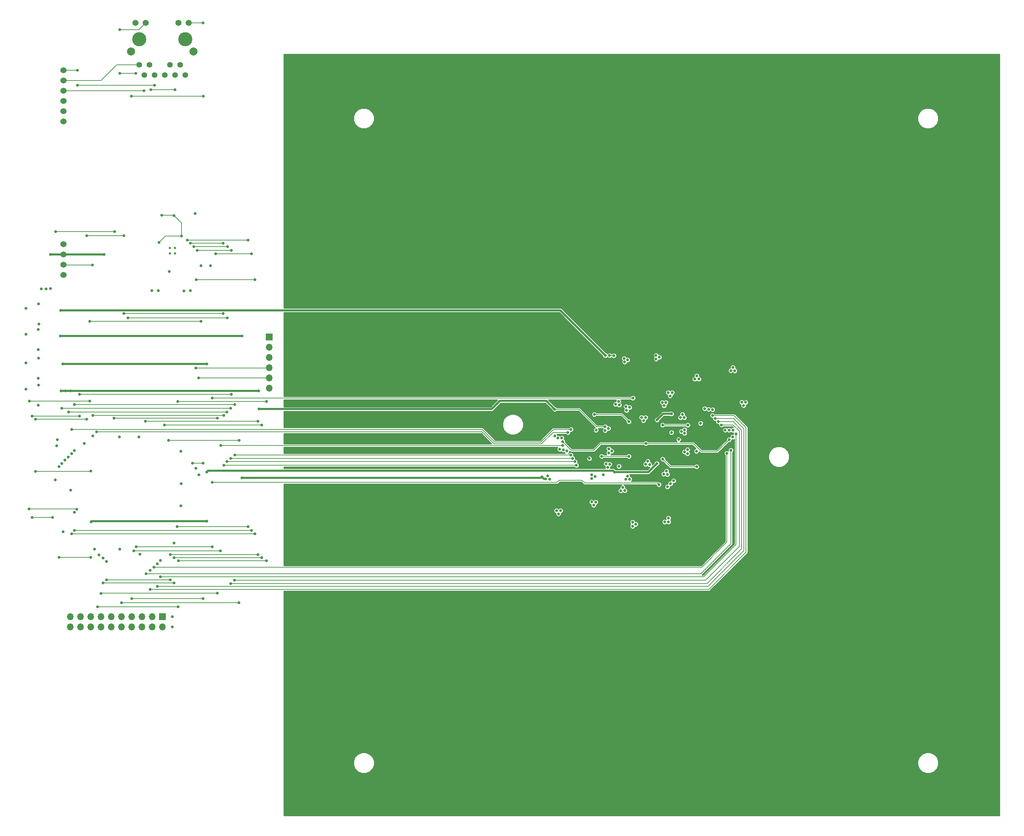
<source format=gbl>
G04 #@! TF.GenerationSoftware,KiCad,Pcbnew,(5.0.1)-4*
G04 #@! TF.CreationDate,2018-12-21T14:08:06-08:00*
G04 #@! TF.ProjectId,EllBayInd-LocOsc,456C6C426179496E642D4C6F634F7363,rev?*
G04 #@! TF.SameCoordinates,Original*
G04 #@! TF.FileFunction,Copper,L4,Bot,Signal*
G04 #@! TF.FilePolarity,Positive*
%FSLAX46Y46*%
G04 Gerber Fmt 4.6, Leading zero omitted, Abs format (unit mm)*
G04 Created by KiCad (PCBNEW (5.0.1)-4) date 12/21/2018 2:08:06 PM*
%MOMM*%
%LPD*%
G01*
G04 APERTURE LIST*
G04 #@! TA.AperFunction,ComponentPad*
%ADD10C,0.450000*%
G04 #@! TD*
G04 #@! TA.AperFunction,ComponentPad*
%ADD11C,0.600000*%
G04 #@! TD*
G04 #@! TA.AperFunction,WasherPad*
%ADD12C,2.000000*%
G04 #@! TD*
G04 #@! TA.AperFunction,WasherPad*
%ADD13C,3.500000*%
G04 #@! TD*
G04 #@! TA.AperFunction,ComponentPad*
%ADD14C,1.500000*%
G04 #@! TD*
G04 #@! TA.AperFunction,ComponentPad*
%ADD15C,1.400000*%
G04 #@! TD*
G04 #@! TA.AperFunction,ComponentPad*
%ADD16C,1.524000*%
G04 #@! TD*
G04 #@! TA.AperFunction,ComponentPad*
%ADD17R,1.700000X1.700000*%
G04 #@! TD*
G04 #@! TA.AperFunction,ComponentPad*
%ADD18O,1.700000X1.700000*%
G04 #@! TD*
G04 #@! TA.AperFunction,ViaPad*
%ADD19C,0.700000*%
G04 #@! TD*
G04 #@! TA.AperFunction,Conductor*
%ADD20C,0.200000*%
G04 #@! TD*
G04 #@! TA.AperFunction,Conductor*
%ADD21C,0.500000*%
G04 #@! TD*
G04 #@! TA.AperFunction,Conductor*
%ADD22C,0.254000*%
G04 #@! TD*
G04 APERTURE END LIST*
D10*
G04 #@! TO.P,U202,33*
G04 #@! TO.N,GND*
X173800000Y-131200000D03*
X173800000Y-130400000D03*
X173800000Y-129600000D03*
X173800000Y-128800000D03*
X174600000Y-131200000D03*
X174600000Y-130400000D03*
X174600000Y-129600000D03*
X174600000Y-128800000D03*
X175400000Y-131200000D03*
X175400000Y-130400000D03*
X175400000Y-129600000D03*
X175400000Y-128800000D03*
X176200000Y-131200000D03*
X176200000Y-130400000D03*
X176200000Y-129600000D03*
X176200000Y-128800000D03*
G04 #@! TD*
G04 #@! TO.P,U203,33*
G04 #@! TO.N,GND*
X206200000Y-128800000D03*
X206200000Y-129600000D03*
X206200000Y-130400000D03*
X206200000Y-131200000D03*
X205400000Y-128800000D03*
X205400000Y-129600000D03*
X205400000Y-130400000D03*
X205400000Y-131200000D03*
X204600000Y-128800000D03*
X204600000Y-129600000D03*
X204600000Y-130400000D03*
X204600000Y-131200000D03*
X203800000Y-128800000D03*
X203800000Y-129600000D03*
X203800000Y-130400000D03*
X203800000Y-131200000D03*
G04 #@! TD*
G04 #@! TO.P,U206,41*
G04 #@! TO.N,GND*
X207200000Y-116800000D03*
X208000000Y-117600000D03*
X208810000Y-116800000D03*
X209600000Y-116800000D03*
X207200000Y-117600000D03*
X208000000Y-116800000D03*
X208800000Y-117600000D03*
X209600000Y-117600000D03*
X207200000Y-118400000D03*
X208000000Y-118400000D03*
X208800000Y-118400000D03*
X209600000Y-118400000D03*
X207200000Y-119200000D03*
X208000000Y-119200000D03*
X208800000Y-119200000D03*
X209600000Y-119200000D03*
G04 #@! TD*
G04 #@! TO.P,U201,41*
G04 #@! TO.N,GND*
X188800000Y-116200000D03*
X189600000Y-115400000D03*
X188800000Y-114590000D03*
X188800000Y-113800000D03*
X189600000Y-116200000D03*
X188800000Y-115400000D03*
X189600000Y-114600000D03*
X189600000Y-113800000D03*
X190400000Y-116200000D03*
X190400000Y-115400000D03*
X190400000Y-114600000D03*
X190400000Y-113800000D03*
X191200000Y-116200000D03*
X191200000Y-115400000D03*
X191200000Y-114600000D03*
X191200000Y-113800000D03*
G04 #@! TD*
G04 #@! TO.P,U204,41*
G04 #@! TO.N,GND*
X191200000Y-143800000D03*
X190400000Y-144600000D03*
X191200000Y-145410000D03*
X191200000Y-146200000D03*
X190400000Y-143800000D03*
X191200000Y-144600000D03*
X190400000Y-145400000D03*
X190400000Y-146200000D03*
X189600000Y-143800000D03*
X189600000Y-144600000D03*
X189600000Y-145400000D03*
X189600000Y-146200000D03*
X188800000Y-143800000D03*
X188800000Y-144600000D03*
X188800000Y-145400000D03*
X188800000Y-146200000D03*
G04 #@! TD*
G04 #@! TO.P,U207,41*
G04 #@! TO.N,GND*
X172500000Y-143200000D03*
X171700000Y-142400000D03*
X170890000Y-143200000D03*
X170100000Y-143200000D03*
X172500000Y-142400000D03*
X171700000Y-143200000D03*
X170900000Y-142400000D03*
X170100000Y-142400000D03*
X172500000Y-141600000D03*
X171700000Y-141600000D03*
X170900000Y-141600000D03*
X170100000Y-141600000D03*
X172500000Y-140800000D03*
X171700000Y-140800000D03*
X170900000Y-140800000D03*
X170100000Y-140800000D03*
G04 #@! TD*
D11*
G04 #@! TO.P,U153,25*
G04 #@! TO.N,GND*
X73200000Y-83500000D03*
X71900000Y-83500000D03*
X73200000Y-82200000D03*
X71900000Y-82200000D03*
G04 #@! TD*
D12*
G04 #@! TO.P,J151,*
G04 #@! TO.N,*
X77694100Y-33438600D03*
X62204100Y-33438600D03*
D13*
X75664100Y-30388600D03*
X64234100Y-30388600D03*
D14*
G04 #@! TO.P,J151,14*
G04 #@! TO.N,GND*
X63319100Y-26308600D03*
G04 #@! TO.P,J151,13*
G04 #@! TO.N,/Common/Sheet5C53D1CF/LED_G*
X65859100Y-26308600D03*
G04 #@! TO.P,J151,12*
G04 #@! TO.N,GND*
X74039100Y-26308600D03*
G04 #@! TO.P,J151,11*
G04 #@! TO.N,/Common/Sheet5C53D1CF/LED_Y*
X76579100Y-26308600D03*
D15*
G04 #@! TO.P,J151,10*
G04 #@! TO.N,GND*
X64234100Y-36738600D03*
G04 #@! TO.P,J151,9*
G04 #@! TO.N,Net-(J151-Pad9)*
X65504100Y-39278600D03*
G04 #@! TO.P,J151,8*
G04 #@! TO.N,GND*
X66774100Y-36738600D03*
G04 #@! TO.P,J151,7*
G04 #@! TO.N,Net-(J151-Pad7)*
X68044100Y-39278600D03*
G04 #@! TO.P,J151,5*
G04 #@! TO.N,/Common/Sheet5C53D1CF/RX-*
X70584100Y-39278600D03*
G04 #@! TO.P,J151,4*
G04 #@! TO.N,/Common/Sheet5C53D1CF/RX+*
X71854100Y-36738600D03*
G04 #@! TO.P,J151,3*
G04 #@! TO.N,Net-(C154-Pad2)*
X73124100Y-39278600D03*
G04 #@! TO.P,J151,2*
G04 #@! TO.N,/Common/Sheet5C53D1CF/TX-*
X74394100Y-36738600D03*
G04 #@! TO.P,J151,1*
G04 #@! TO.N,/Common/Sheet5C53D1CF/TX+*
X75664100Y-39278600D03*
G04 #@! TD*
D16*
G04 #@! TO.P,M150,10*
G04 #@! TO.N,Net-(M150-Pad10)*
X45500000Y-88900000D03*
G04 #@! TO.P,M150,9*
G04 #@! TO.N,Net-(M150-Pad9)*
X45500000Y-86360000D03*
G04 #@! TO.P,M150,8*
G04 #@! TO.N,/5.5V*
X45500000Y-83820000D03*
G04 #@! TO.P,M150,7*
G04 #@! TO.N,GND*
X45500000Y-81280000D03*
G04 #@! TO.P,M150,6*
G04 #@! TO.N,Net-(M150-Pad6)*
X45500000Y-50800000D03*
G04 #@! TO.P,M150,5*
G04 #@! TO.N,GND*
X45500000Y-48260000D03*
G04 #@! TO.P,M150,4*
X45500000Y-45720000D03*
G04 #@! TO.P,M150,3*
G04 #@! TO.N,Net-(J151-Pad9)*
X45500000Y-43180000D03*
G04 #@! TO.P,M150,2*
G04 #@! TO.N,GND*
X45500000Y-40640000D03*
G04 #@! TO.P,M150,1*
G04 #@! TO.N,Net-(J151-Pad7)*
X45500000Y-38100000D03*
G04 #@! TD*
D17*
G04 #@! TO.P,J102,1*
G04 #@! TO.N,GND*
X96490000Y-104310000D03*
D18*
G04 #@! TO.P,J102,2*
G04 #@! TO.N,Net-(J102-Pad2)*
X96490000Y-106850000D03*
G04 #@! TO.P,J102,3*
G04 #@! TO.N,Net-(J102-Pad3)*
X96490000Y-109390000D03*
G04 #@! TO.P,J102,4*
G04 #@! TO.N,/Common/UART1_RX*
X96490000Y-111930000D03*
G04 #@! TO.P,J102,5*
G04 #@! TO.N,/Common/UART1_TX*
X96490000Y-114470000D03*
G04 #@! TO.P,J102,6*
G04 #@! TO.N,Net-(J102-Pad6)*
X96490000Y-117010000D03*
G04 #@! TD*
D17*
G04 #@! TO.P,J101,1*
G04 #@! TO.N,+3V3*
X70020000Y-173700000D03*
D18*
G04 #@! TO.P,J101,2*
X70020000Y-176240000D03*
G04 #@! TO.P,J101,3*
G04 #@! TO.N,GND*
X67480000Y-173700000D03*
G04 #@! TO.P,J101,4*
X67480000Y-176240000D03*
G04 #@! TO.P,J101,5*
X64940000Y-173700000D03*
G04 #@! TO.P,J101,6*
X64940000Y-176240000D03*
G04 #@! TO.P,J101,7*
G04 #@! TO.N,/Common/SWDIO*
X62400000Y-173700000D03*
G04 #@! TO.P,J101,8*
G04 #@! TO.N,GND*
X62400000Y-176240000D03*
G04 #@! TO.P,J101,9*
G04 #@! TO.N,/Common/SWCLK*
X59860000Y-173700000D03*
G04 #@! TO.P,J101,10*
G04 #@! TO.N,GND*
X59860000Y-176240000D03*
G04 #@! TO.P,J101,11*
G04 #@! TO.N,Net-(J101-Pad11)*
X57320000Y-173700000D03*
G04 #@! TO.P,J101,12*
G04 #@! TO.N,GND*
X57320000Y-176240000D03*
G04 #@! TO.P,J101,13*
G04 #@! TO.N,/Common/TRACESWO*
X54780000Y-173700000D03*
G04 #@! TO.P,J101,14*
G04 #@! TO.N,GND*
X54780000Y-176240000D03*
G04 #@! TO.P,J101,15*
G04 #@! TO.N,/Common/NRST*
X52240000Y-173700000D03*
G04 #@! TO.P,J101,16*
G04 #@! TO.N,GND*
X52240000Y-176240000D03*
G04 #@! TO.P,J101,17*
G04 #@! TO.N,Net-(J101-Pad17)*
X49700000Y-173700000D03*
G04 #@! TO.P,J101,18*
G04 #@! TO.N,GND*
X49700000Y-176240000D03*
G04 #@! TO.P,J101,19*
G04 #@! TO.N,Net-(J101-Pad19)*
X47160000Y-173700000D03*
G04 #@! TO.P,J101,20*
G04 #@! TO.N,GND*
X47160000Y-176240000D03*
G04 #@! TD*
D19*
G04 #@! TO.N,*
X179380000Y-138470000D03*
G04 #@! TO.N,GND*
X192770000Y-121670000D03*
X162000000Y-59500000D03*
X170500000Y-59500000D03*
X180500000Y-59500000D03*
X180500000Y-59500000D03*
X191000000Y-65000000D03*
X201500000Y-101000000D03*
X202000000Y-65500000D03*
X210000000Y-65000000D03*
X236500000Y-70000000D03*
X245000000Y-78000000D03*
X252000000Y-84000000D03*
X254000000Y-90500000D03*
X255500000Y-99500000D03*
X255500000Y-109500000D03*
X243500000Y-145000000D03*
X243500000Y-155000000D03*
X243500000Y-165000000D03*
X220000000Y-164500000D03*
X234500000Y-180500000D03*
X230500000Y-188000000D03*
X225000000Y-195000000D03*
X218000000Y-200000000D03*
X209500000Y-200000000D03*
X199500000Y-200000000D03*
X188500000Y-195500000D03*
X183000000Y-171500000D03*
X160000000Y-170000000D03*
X156500000Y-182500000D03*
X143500000Y-183000000D03*
X134500000Y-179000000D03*
X127000000Y-175500000D03*
X138500000Y-158500000D03*
X124000000Y-151500000D03*
X225500000Y-69000000D03*
X196550000Y-132970000D03*
X153286500Y-118361500D03*
X146428500Y-111478100D03*
X133144300Y-114792800D03*
X132864900Y-104874100D03*
X148117600Y-101470500D03*
X161998700Y-115808800D03*
X172374600Y-113776800D03*
X150441700Y-91628000D03*
X132598200Y-94637900D03*
X134693700Y-86700400D03*
X139621300Y-79423300D03*
X160449300Y-85468500D03*
X166608800Y-95679300D03*
X155623300Y-77518300D03*
X147393700Y-71371500D03*
X154226300Y-63535600D03*
X167205700Y-74483000D03*
X177391100Y-80871100D03*
X187132000Y-87691000D03*
X193710600Y-76311800D03*
X180477200Y-68882300D03*
X169999700Y-65910500D03*
X148447800Y-79969400D03*
X158836400Y-103146900D03*
X153438900Y-109776300D03*
X141742200Y-94371200D03*
X142085100Y-105242400D03*
X140865900Y-114907100D03*
X195348900Y-85354200D03*
X211668400Y-77048400D03*
X212239900Y-101229200D03*
X220139300Y-88033900D03*
X220494900Y-97749400D03*
X224584300Y-77950100D03*
X239202000Y-88427600D03*
X246580700Y-95882500D03*
X240599000Y-105572600D03*
X233956900Y-115834200D03*
X246834700Y-108392000D03*
X246822000Y-118234500D03*
X239506800Y-134820700D03*
X233601300Y-142174000D03*
X231416900Y-149082800D03*
X235023700Y-164856200D03*
X221663300Y-146301500D03*
X224889100Y-152892800D03*
X205166000Y-155521700D03*
X208899800Y-148651000D03*
X221625200Y-174368500D03*
X223466700Y-180274000D03*
X243977200Y-126743500D03*
X257921800Y-126807000D03*
X270875800Y-126768900D03*
X210931800Y-184388800D03*
X200797200Y-179918400D03*
X190916600Y-176146500D03*
X180070800Y-186509700D03*
X186420800Y-181493200D03*
X178432500Y-194853600D03*
X189303700Y-203591200D03*
X178203900Y-201241700D03*
X168120100Y-200898800D03*
X169948900Y-193202600D03*
X169174200Y-185112700D03*
X158506200Y-196466500D03*
X168043900Y-178788100D03*
X165059400Y-158455400D03*
X139341900Y-153654800D03*
X134642900Y-148778000D03*
X122514400Y-158264900D03*
X122831900Y-168780500D03*
X111236800Y-90332600D03*
X111020900Y-80756800D03*
X116901000Y-66863000D03*
X124775000Y-59128700D03*
X133665000Y-50949900D03*
X141399300Y-43215600D03*
X153007100Y-36764000D03*
X155877300Y-44930100D03*
X119758500Y-81760100D03*
X164195800Y-35875000D03*
X174508200Y-36090900D03*
X184452300Y-36040100D03*
X196085500Y-38224500D03*
X205826400Y-38224500D03*
X216189600Y-38351500D03*
X226070200Y-38440400D03*
X236687400Y-41056600D03*
X234401400Y-48409900D03*
X248003100Y-45908000D03*
X255775500Y-54201100D03*
X263471700Y-61148000D03*
X271917200Y-69974500D03*
X274076200Y-82814200D03*
X276413000Y-92948800D03*
X276501900Y-103172300D03*
X276501900Y-113078300D03*
X267611900Y-138973600D03*
X267434100Y-149184400D03*
X267611900Y-159192000D03*
X267256300Y-169326600D03*
X265910100Y-179283400D03*
X258556800Y-176781500D03*
X261338100Y-191577000D03*
X252816400Y-199933600D03*
X244663000Y-207858400D03*
X236585800Y-216380100D03*
X226273400Y-220482200D03*
X223492100Y-213929000D03*
X215643500Y-222298300D03*
X205394600Y-222552300D03*
X195577500Y-222641200D03*
X184109400Y-219771000D03*
X174101800Y-220113900D03*
X163764000Y-220113900D03*
X153515100Y-219948800D03*
X142910600Y-219161400D03*
X145691900Y-211604900D03*
X132826800Y-212824100D03*
X125016300Y-204302400D03*
X116507300Y-196136300D03*
X109115900Y-188122600D03*
X103210400Y-179169100D03*
X109293700Y-174901900D03*
X102346800Y-168183600D03*
X101978500Y-157045700D03*
X101978500Y-146707900D03*
X106956900Y-129461300D03*
X114145100Y-120660200D03*
X114513400Y-110995500D03*
X114411800Y-100911700D03*
X217459600Y-125486200D03*
X217192900Y-123695500D03*
X217535800Y-127797600D03*
X216011800Y-121688900D03*
X217523100Y-119745800D03*
X215872100Y-118310700D03*
X213167000Y-111694000D03*
X214741800Y-109687400D03*
X211096900Y-110512900D03*
X209153800Y-111325700D03*
X211135000Y-107363300D03*
X201432200Y-113256100D03*
X200771800Y-112189300D03*
X198650900Y-112290900D03*
X196504600Y-111313000D03*
X194307500Y-107795100D03*
X193050200Y-105598000D03*
X189265600Y-107706200D03*
X182877500Y-107325200D03*
X180680400Y-112113100D03*
X197152300Y-152448300D03*
X190738800Y-152232400D03*
X188859200Y-153172200D03*
X186827200Y-153807200D03*
X185455600Y-152651500D03*
X183436300Y-148549400D03*
X181226500Y-147546100D03*
X179016700Y-147457200D03*
X178419800Y-146415800D03*
X168755100Y-149324100D03*
X168590000Y-152524500D03*
X166951700Y-148130300D03*
X164665700Y-150479800D03*
X164106900Y-141653300D03*
X157947400Y-132636300D03*
X133118900Y-129499400D03*
X133182400Y-125232200D03*
X132801400Y-142656600D03*
X197888900Y-93660000D03*
X231100000Y-93200000D03*
X199900000Y-137800000D03*
X199300000Y-146900000D03*
X179000000Y-150000000D03*
X177800000Y-149100000D03*
X170900000Y-148600000D03*
G04 #@! TO.N,/Common/NRST*
X78670000Y-82810000D03*
X42770000Y-149090000D03*
X87140000Y-82810000D03*
X87140000Y-118530000D03*
X49430000Y-118530000D03*
X49420000Y-123920000D03*
X37670000Y-123920000D03*
X37670000Y-149100000D03*
X44370000Y-159000000D03*
X52210000Y-158980000D03*
G04 #@! TO.N,+3V3*
X188900000Y-124225000D03*
X189900000Y-124250000D03*
X189375000Y-125025000D03*
X189900000Y-135875000D03*
X190900000Y-135925000D03*
X190450000Y-135100000D03*
X194025000Y-120500000D03*
X194950000Y-120525000D03*
X194475000Y-121325000D03*
X185950000Y-139575000D03*
X185000000Y-139575000D03*
X185425000Y-138825000D03*
X179875000Y-127450000D03*
X179875000Y-126525000D03*
X180675000Y-126950000D03*
X199550000Y-132775000D03*
X200300000Y-132225000D03*
X200300000Y-133225000D03*
X170361742Y-132564500D03*
X169500000Y-132270000D03*
X168590000Y-132120000D03*
X169100000Y-129310000D03*
X168170000Y-129350000D03*
X167370000Y-128820000D03*
X209680000Y-127350000D03*
X210620000Y-127380000D03*
X211570000Y-127390000D03*
X64440000Y-158190000D03*
X211510000Y-129100000D03*
X44370000Y-136480000D03*
X43420000Y-139780000D03*
X47260000Y-142250000D03*
X53180000Y-156960000D03*
X59450000Y-156910000D03*
X74590000Y-132640000D03*
X59400000Y-129050000D03*
X64217901Y-129097009D03*
X50610000Y-130730000D03*
X71690000Y-87990000D03*
X78187700Y-73599000D03*
X81950000Y-86610000D03*
X194380000Y-138280000D03*
X195110000Y-137530000D03*
X195320000Y-138390000D03*
X185970000Y-121750000D03*
X185190000Y-122520000D03*
X185040000Y-121550000D03*
X44870000Y-117620000D03*
X46020000Y-117660000D03*
X47220000Y-117660000D03*
X48170000Y-147810000D03*
X45380000Y-152650000D03*
X74680000Y-140710000D03*
X74580000Y-146180000D03*
X72920000Y-155450000D03*
X72500000Y-173720000D03*
X72500000Y-176230000D03*
X67370000Y-92800000D03*
X69020000Y-92760000D03*
X75390000Y-92850000D03*
X77000000Y-92780000D03*
X93930000Y-117650000D03*
X93950000Y-122170000D03*
X167350000Y-122200000D03*
G04 #@! TO.N,GNDPWR*
X58180000Y-78110000D03*
X43510000Y-78140000D03*
G04 #@! TO.N,+5V*
X43940000Y-129800000D03*
G04 #@! TO.N,+3.3VA*
X52330000Y-150130000D03*
X81060000Y-150030000D03*
X45290000Y-111000000D03*
X182240000Y-137790000D03*
X81050000Y-137790000D03*
X196330000Y-123350000D03*
X192750000Y-124840000D03*
X192730000Y-135660000D03*
X45290000Y-111000000D03*
X81040000Y-111000000D03*
X177610000Y-127380000D03*
X183310000Y-136350000D03*
X202520000Y-132630000D03*
X198100000Y-129700000D03*
X196350000Y-127970000D03*
G04 #@! TO.N,GNDA*
X60500000Y-79130000D03*
X51210000Y-79130000D03*
X51200000Y-124640000D03*
X52240000Y-137590000D03*
X38510000Y-124640000D03*
X38520000Y-137600000D03*
G04 #@! TO.N,Net-(C154-Pad2)*
X74800000Y-79225000D03*
X69175000Y-80800000D03*
X72933600Y-74140100D03*
X69822100Y-74038500D03*
X73136800Y-42910800D03*
X67180500Y-42910800D03*
G04 #@! TO.N,Net-(C248-Pad1)*
X177210000Y-123480000D03*
X179000000Y-133880000D03*
X185770000Y-133880000D03*
X185760000Y-125280000D03*
G04 #@! TO.N,Net-(C250-Pad1)*
X202580000Y-136470000D03*
X200390000Y-126130000D03*
X194130000Y-126130000D03*
X194140000Y-134550000D03*
G04 #@! TO.N,/AVdd*
X180770000Y-132020000D03*
X180760000Y-133040000D03*
X181510000Y-132590000D03*
X175980000Y-134440000D03*
X180080000Y-135730000D03*
X180550000Y-136580000D03*
X180990000Y-135840000D03*
X203550000Y-125690000D03*
X199580000Y-128160000D03*
X199570000Y-127290000D03*
X198780000Y-127720000D03*
X199510000Y-124290000D03*
X198560000Y-124270000D03*
X199050000Y-123480000D03*
G04 #@! TO.N,/Common/TRACESWO*
X57970000Y-124410000D03*
X83640000Y-124410000D03*
X83620000Y-167900000D03*
X54790000Y-167910000D03*
G04 #@! TO.N,/Common/SWCLK*
X71580000Y-129960000D03*
X89040000Y-129970000D03*
X89030000Y-170210000D03*
X59860000Y-170210000D03*
G04 #@! TO.N,/Common/SWDIO*
X77480000Y-135630000D03*
X80080000Y-135630000D03*
X80080000Y-169180000D03*
X62390000Y-169190000D03*
G04 #@! TO.N,/Common/UART1_RX*
X78300000Y-136910000D03*
X78290000Y-111940000D03*
G04 #@! TO.N,/Common/UART1_TX*
X79060000Y-138520000D03*
X79040000Y-114460000D03*
G04 #@! TO.N,Net-(J151-Pad7)*
X68044100Y-41780500D03*
X48930600Y-41780500D03*
X48917900Y-38084800D03*
G04 #@! TO.N,Net-(J151-Pad9)*
X65466000Y-43177500D03*
G04 #@! TO.N,/Common/Sheet5C53D1CF/LED_Y*
X62354500Y-44511000D03*
X80159900Y-44523700D03*
X80147200Y-26299200D03*
G04 #@! TO.N,/Common/Sheet5C53D1CF/LED_G*
X63434000Y-38821400D03*
X59420800Y-38821400D03*
X59446200Y-28013700D03*
G04 #@! TO.N,Net-(M150-Pad9)*
X52660000Y-86430000D03*
G04 #@! TO.N,/Common/RX_D0*
X55260000Y-159160000D03*
X55270000Y-165280000D03*
X72890000Y-165290000D03*
X72890000Y-159060000D03*
X94680000Y-159060000D03*
X94690000Y-126100000D03*
X70550000Y-126100000D03*
G04 #@! TO.N,/Common/RX_D1*
X56180000Y-160010000D03*
X65790000Y-125170000D03*
X93740000Y-125170000D03*
X93750000Y-158290000D03*
X71950000Y-158290000D03*
X71940000Y-164530000D03*
X56170000Y-164520000D03*
G04 #@! TO.N,/Common/CRS_DV*
X54310000Y-158390000D03*
X73810000Y-120280000D03*
X95840000Y-120280000D03*
X95840000Y-159840000D03*
X73970000Y-159840000D03*
X73960000Y-171270000D03*
X53940000Y-171280000D03*
G04 #@! TO.N,/Common/MDIO*
X47500000Y-153150000D03*
X93000000Y-153150000D03*
X93000000Y-90040000D03*
X78410000Y-90040000D03*
G04 #@! TO.N,/Common/nINT*
X83250000Y-83620000D03*
X48210000Y-152270000D03*
X92140000Y-152270000D03*
X92140000Y-83630000D03*
G04 #@! TO.N,/SYNTH0_EN*
X172760000Y-136130000D03*
X52800000Y-128810000D03*
X85290000Y-136130000D03*
X85290000Y-123760000D03*
X52790000Y-123760000D03*
G04 #@! TO.N,/~SYNTH0_PDBrf*
X53670000Y-127850000D03*
X170630000Y-127940000D03*
G04 #@! TO.N,/Common/TX_D0*
X77010000Y-81020000D03*
X60470000Y-98470000D03*
X85100000Y-98460000D03*
X85120000Y-81020000D03*
G04 #@! TO.N,/Common/TX_EN*
X77850000Y-81820000D03*
X61440000Y-99500000D03*
X86140000Y-99500000D03*
X86160000Y-81810000D03*
G04 #@! TO.N,/Common/TX_D1*
X76210000Y-80190000D03*
X73690000Y-151310000D03*
X91290000Y-151330000D03*
X91290000Y-80200000D03*
G04 #@! TO.N,/SEL_SYNTH_1*
X186775000Y-119425000D03*
X82425000Y-119425000D03*
X82425000Y-156350000D03*
X63550000Y-156350000D03*
X193220000Y-140900000D03*
X82420000Y-140350000D03*
G04 #@! TO.N,/SYNTH0_MUXOUT*
X169340000Y-131230000D03*
X84470000Y-131230000D03*
X84460000Y-157380000D03*
X62940000Y-157380000D03*
G04 #@! TO.N,/Common/MDC*
X79580000Y-86620000D03*
X48740000Y-146990000D03*
X79580000Y-100390000D03*
X52020000Y-100390000D03*
X52030000Y-120210000D03*
X36970000Y-120210000D03*
X36910000Y-146970000D03*
G04 #@! TO.N,/SPI4_MOSI*
X171810000Y-134410000D03*
X45040000Y-135670000D03*
X86950000Y-134410000D03*
X86940000Y-121990000D03*
X45030000Y-121980000D03*
X207970000Y-125280000D03*
X86980000Y-165480000D03*
G04 #@! TO.N,/SPI4_MISO*
X45850000Y-134840000D03*
G04 #@! TO.N,/~SYNTH0_CS*
X172410000Y-135220000D03*
X46690000Y-134040000D03*
X86060000Y-135220000D03*
X86050000Y-122890000D03*
X46710000Y-122880000D03*
G04 #@! TO.N,/SYNTH0_LD*
X47500000Y-133250000D03*
X171390000Y-127190000D03*
X47510000Y-127180000D03*
G04 #@! TO.N,/SPI4_SCK*
X48200000Y-132480000D03*
X171360000Y-133560000D03*
X87950000Y-133560000D03*
X87940000Y-121000000D03*
X48220000Y-121000000D03*
X208750000Y-126080000D03*
X87930000Y-164650000D03*
G04 #@! TO.N,/24MHz*
X190000000Y-130675000D03*
X210625000Y-129750000D03*
X169325000Y-130250000D03*
G04 #@! TO.N,/~SYNTH1_CS*
X207210000Y-124540000D03*
X68750000Y-160570000D03*
X68760000Y-166190000D03*
G04 #@! TO.N,/SYNTH1_EN*
X206490000Y-123710000D03*
X67010000Y-166910000D03*
X67010000Y-162180000D03*
G04 #@! TO.N,/SYNTH1_LD*
X210090000Y-133130000D03*
X67890000Y-161390000D03*
G04 #@! TO.N,/~SYNTH1_PDBrf*
X211070000Y-132370000D03*
X65940000Y-163000000D03*
G04 #@! TO.N,/SYNTH1_MUXOUT*
X212340000Y-128280000D03*
X69550000Y-159720000D03*
X69550000Y-163790000D03*
G04 #@! TO.N,/5.5V*
X55560000Y-83800000D03*
X42290000Y-83810000D03*
X42290000Y-92290000D03*
X41140000Y-92300000D03*
X39980000Y-92330000D03*
X39260000Y-109550000D03*
X36130000Y-110720000D03*
X39220000Y-114530000D03*
X39260000Y-116210000D03*
X36150000Y-117250000D03*
X39240000Y-121180000D03*
X43780000Y-131320000D03*
X39330000Y-96060000D03*
X39340000Y-101040000D03*
X36200000Y-97180000D03*
X39250000Y-102440000D03*
X39230000Y-107440000D03*
X36150000Y-103600000D03*
G04 #@! TO.N,/3.3V_FO_pair_0*
X184700000Y-110450000D03*
X184600000Y-109600000D03*
X192500000Y-109750000D03*
X192500000Y-108825000D03*
X193300000Y-109300000D03*
X185450000Y-109950000D03*
X211060000Y-112630000D03*
X212040000Y-112670000D03*
X211580000Y-111830000D03*
X204580000Y-122050000D03*
X205560000Y-122190000D03*
X206530000Y-122290000D03*
X213780000Y-120460000D03*
X214750000Y-120480000D03*
X214240000Y-121260000D03*
X203110000Y-114720000D03*
X202120000Y-114730000D03*
X202620000Y-113920000D03*
X183190000Y-120250000D03*
X182440000Y-120990000D03*
X183380000Y-121160000D03*
X44840000Y-97630000D03*
X179940000Y-108850000D03*
X180970000Y-108880000D03*
X182030000Y-108900000D03*
X195510000Y-118050000D03*
X196490000Y-118070000D03*
X195990000Y-118880000D03*
G04 #@! TO.N,/3.3V_FO_pair_1*
X186700000Y-150250000D03*
X186700000Y-151225000D03*
X187500000Y-150725000D03*
X194650000Y-150150000D03*
X195600000Y-150150000D03*
X195575000Y-149225000D03*
X195320000Y-141460000D03*
X196090000Y-140690000D03*
X196850000Y-139960000D03*
X184750000Y-142410000D03*
X183740000Y-142430000D03*
X184250000Y-141630000D03*
X168800000Y-147370000D03*
X167800000Y-147370000D03*
X168290000Y-148180000D03*
X176550000Y-138440000D03*
X176570000Y-139430000D03*
X177350000Y-138930000D03*
X176510000Y-145210000D03*
X177550000Y-145240000D03*
X177020000Y-146020000D03*
X166100000Y-139540000D03*
X165080000Y-139530000D03*
X165610000Y-138730000D03*
X44700000Y-104000000D03*
X89730000Y-104000000D03*
X89760000Y-139230000D03*
X164140000Y-139010000D03*
G04 #@! TD*
D20*
G04 #@! TO.N,GND*
X45500000Y-40640000D02*
X54770100Y-40640000D01*
X58671500Y-36738600D02*
X64234100Y-36738600D01*
X54770100Y-40640000D02*
X58671500Y-36738600D01*
X257921800Y-126807000D02*
X270837700Y-126807000D01*
X270837700Y-126807000D02*
X270875800Y-126768900D01*
X111236800Y-90332600D02*
X111236800Y-80972700D01*
X111236800Y-80972700D02*
X111020900Y-80756800D01*
X116901000Y-66863000D02*
X124635300Y-59128700D01*
X124635300Y-59128700D02*
X124775000Y-59128700D01*
X124775000Y-59128700D02*
X125486200Y-59128700D01*
X125486200Y-59128700D02*
X133665000Y-50949900D01*
X141399300Y-43215600D02*
X146555500Y-43215600D01*
X146555500Y-43215600D02*
X153007100Y-36764000D01*
X111020900Y-80756800D02*
X118755200Y-80756800D01*
X118755200Y-80756800D02*
X119758500Y-81760100D01*
X164195800Y-35875000D02*
X174292300Y-35875000D01*
X174292300Y-35875000D02*
X174508200Y-36090900D01*
X184452300Y-36040100D02*
X193901100Y-36040100D01*
X193901100Y-36040100D02*
X196085500Y-38224500D01*
X205826400Y-38224500D02*
X215808600Y-38224500D01*
X215808600Y-38224500D02*
X215935600Y-38351500D01*
X215935600Y-38351500D02*
X216189600Y-38351500D01*
X216189600Y-38351500D02*
X225981300Y-38351500D01*
X225981300Y-38351500D02*
X226070200Y-38440400D01*
X236687400Y-41056600D02*
X236687400Y-46123900D01*
X236687400Y-46123900D02*
X234401400Y-48409900D01*
X248003100Y-45908000D02*
X248003100Y-46428700D01*
X248003100Y-46428700D02*
X255775500Y-54201100D01*
X263471700Y-61148000D02*
X271917200Y-69593500D01*
X271917200Y-69593500D02*
X271917200Y-69974500D01*
X271917200Y-69974500D02*
X271917200Y-80655200D01*
X271917200Y-80655200D02*
X274076200Y-82814200D01*
X276413000Y-92948800D02*
X276413000Y-103083400D01*
X276413000Y-103083400D02*
X276501900Y-103172300D01*
X267611900Y-138973600D02*
X267611900Y-149006600D01*
X267611900Y-149006600D02*
X267434100Y-149184400D01*
X267611900Y-159192000D02*
X267611900Y-168971000D01*
X267611900Y-168971000D02*
X267256300Y-169326600D01*
X265910100Y-179283400D02*
X263408200Y-176781500D01*
X263408200Y-176781500D02*
X258556800Y-176781500D01*
X261338100Y-191577000D02*
X252981500Y-199933600D01*
X252981500Y-199933600D02*
X252816400Y-199933600D01*
X244663000Y-207858400D02*
X236585800Y-215935600D01*
X236585800Y-215935600D02*
X236585800Y-216380100D01*
X226273400Y-220482200D02*
X223492100Y-217700900D01*
X223492100Y-217700900D02*
X223492100Y-213929000D01*
X215643500Y-222298300D02*
X205648600Y-222298300D01*
X205648600Y-222298300D02*
X205394600Y-222552300D01*
X195577500Y-222641200D02*
X192707300Y-219771000D01*
X192707300Y-219771000D02*
X184109400Y-219771000D01*
X174101800Y-220113900D02*
X163764000Y-220113900D01*
X153515100Y-219948800D02*
X152727700Y-219161400D01*
X152727700Y-219161400D02*
X142910600Y-219161400D01*
X142910600Y-219161400D02*
X139164100Y-219161400D01*
X139164100Y-219161400D02*
X132826800Y-212824100D01*
X125016300Y-204302400D02*
X116850200Y-196136300D01*
X116850200Y-196136300D02*
X116507300Y-196136300D01*
X109115900Y-188122600D02*
X103210400Y-182217100D01*
X103210400Y-182217100D02*
X103210400Y-179169100D01*
X103210400Y-179169100D02*
X103210400Y-169047200D01*
X103210400Y-169047200D02*
X102346800Y-168183600D01*
X101978500Y-157045700D02*
X101978500Y-146707900D01*
X114513400Y-110995500D02*
X114513400Y-101013300D01*
X114513400Y-101013300D02*
X114411800Y-100911700D01*
G04 #@! TO.N,/Common/NRST*
X78670000Y-82810000D02*
X87140000Y-82810000D01*
X87140000Y-118530000D02*
X49430000Y-118530000D01*
X49420000Y-123920000D02*
X37670000Y-123920000D01*
X42760000Y-149100000D02*
X42770000Y-149090000D01*
X37670000Y-149100000D02*
X42760000Y-149100000D01*
X44370000Y-159000000D02*
X52190000Y-159000000D01*
X52190000Y-159000000D02*
X52210000Y-158980000D01*
G04 #@! TO.N,+3V3*
X167320000Y-122170000D02*
X167350000Y-122200000D01*
X179380026Y-126525000D02*
X179875000Y-126525000D01*
X177717002Y-126525000D02*
X179380026Y-126525000D01*
X173392002Y-122200000D02*
X177717002Y-126525000D01*
X167350000Y-122200000D02*
X173392002Y-122200000D01*
D21*
X47180000Y-117620000D02*
X47220000Y-117660000D01*
X44870000Y-117620000D02*
X47180000Y-117620000D01*
X93920000Y-117660000D02*
X93930000Y-117650000D01*
X47220000Y-117660000D02*
X93920000Y-117660000D01*
X165270000Y-120120000D02*
X167350000Y-122200000D01*
X153750000Y-120120000D02*
X165270000Y-120120000D01*
X93950000Y-122170000D02*
X151700000Y-122170000D01*
X151700000Y-122170000D02*
X153750000Y-120120000D01*
D20*
G04 #@! TO.N,GNDPWR*
X58180000Y-78110000D02*
X43540000Y-78110000D01*
X43540000Y-78110000D02*
X43510000Y-78140000D01*
G04 #@! TO.N,+3.3VA*
X45300000Y-111010000D02*
X45290000Y-111000000D01*
D21*
X45290000Y-111000000D02*
X81040000Y-111000000D01*
X52430000Y-150030000D02*
X52330000Y-150130000D01*
X81060000Y-150030000D02*
X52430000Y-150030000D01*
X181890001Y-137440001D02*
X182240000Y-137790000D01*
X81399999Y-137440001D02*
X181890001Y-137440001D01*
X81050000Y-137790000D02*
X81399999Y-137440001D01*
X190600000Y-137790000D02*
X192730000Y-135660000D01*
X182240000Y-137790000D02*
X190600000Y-137790000D01*
X194240000Y-123350000D02*
X192750000Y-124840000D01*
X196330000Y-123350000D02*
X194240000Y-123350000D01*
D20*
G04 #@! TO.N,GNDA*
X60500000Y-79130000D02*
X51210000Y-79130000D01*
X51200000Y-124640000D02*
X38510000Y-124640000D01*
X52230000Y-137600000D02*
X52240000Y-137590000D01*
X38520000Y-137600000D02*
X52230000Y-137600000D01*
G04 #@! TO.N,Net-(C154-Pad2)*
X70750000Y-79225000D02*
X74800000Y-79225000D01*
X69175000Y-80800000D02*
X70750000Y-79225000D01*
X74800000Y-76006500D02*
X74800000Y-79225000D01*
X72933600Y-74140100D02*
X74800000Y-76006500D01*
X72832000Y-74038500D02*
X72933600Y-74140100D01*
X69822100Y-74038500D02*
X72832000Y-74038500D01*
X69669700Y-73886100D02*
X69822100Y-74038500D01*
X73136800Y-42910800D02*
X67180500Y-42910800D01*
G04 #@! TO.N,Net-(C248-Pad1)*
X179000000Y-133880000D02*
X185770000Y-133880000D01*
X183960000Y-123480000D02*
X177210000Y-123480000D01*
X185760000Y-125280000D02*
X183960000Y-123480000D01*
G04 #@! TO.N,Net-(C250-Pad1)*
X200390000Y-126130000D02*
X194130000Y-126130000D01*
X196060000Y-136470000D02*
X202580000Y-136470000D01*
X194140000Y-134550000D02*
X196060000Y-136470000D01*
G04 #@! TO.N,/Common/TRACESWO*
X57970000Y-124410000D02*
X83640000Y-124410000D01*
X83620000Y-167900000D02*
X54800000Y-167900000D01*
X54800000Y-167900000D02*
X54790000Y-167910000D01*
G04 #@! TO.N,/Common/SWCLK*
X71580000Y-129960000D02*
X89030000Y-129960000D01*
X89030000Y-129960000D02*
X89040000Y-129970000D01*
X89030000Y-170210000D02*
X59860000Y-170210000D01*
G04 #@! TO.N,/Common/SWDIO*
X77480000Y-135630000D02*
X80080000Y-135630000D01*
X80080000Y-169180000D02*
X62400000Y-169180000D01*
X62400000Y-169180000D02*
X62390000Y-169190000D01*
G04 #@! TO.N,/Common/UART1_RX*
X96480000Y-111940000D02*
X96490000Y-111930000D01*
X78290000Y-111940000D02*
X96480000Y-111940000D01*
G04 #@! TO.N,/Common/UART1_TX*
X96480000Y-114460000D02*
X96490000Y-114470000D01*
X79040000Y-114460000D02*
X96480000Y-114460000D01*
G04 #@! TO.N,Net-(J151-Pad7)*
X68044100Y-41780500D02*
X48930600Y-41780500D01*
X45515200Y-38084800D02*
X45500000Y-38100000D01*
X48917900Y-38084800D02*
X45515200Y-38084800D01*
G04 #@! TO.N,Net-(J151-Pad9)*
X65463500Y-43180000D02*
X65466000Y-43177500D01*
X45500000Y-43180000D02*
X65463500Y-43180000D01*
G04 #@! TO.N,/Common/Sheet5C53D1CF/LED_Y*
X62354500Y-44511000D02*
X80147200Y-44511000D01*
X80147200Y-44511000D02*
X80159900Y-44523700D01*
X76588500Y-26299200D02*
X76579100Y-26308600D01*
X80147200Y-26299200D02*
X76588500Y-26299200D01*
G04 #@! TO.N,/Common/Sheet5C53D1CF/LED_G*
X63434000Y-38821400D02*
X59420800Y-38821400D01*
X64154000Y-28013700D02*
X65859100Y-26308600D01*
X59446200Y-28013700D02*
X64154000Y-28013700D01*
G04 #@! TO.N,Net-(M150-Pad9)*
X45570000Y-86430000D02*
X45500000Y-86360000D01*
X52660000Y-86430000D02*
X45570000Y-86430000D01*
G04 #@! TO.N,/Common/RX_D0*
X55270000Y-165280000D02*
X72880000Y-165280000D01*
X72880000Y-165280000D02*
X72890000Y-165290000D01*
X72890000Y-159060000D02*
X94680000Y-159060000D01*
X94690000Y-126100000D02*
X70550000Y-126100000D01*
G04 #@! TO.N,/Common/RX_D1*
X65790000Y-125170000D02*
X93740000Y-125170000D01*
X93750000Y-158290000D02*
X71950000Y-158290000D01*
X71940000Y-164530000D02*
X56180000Y-164530000D01*
X56180000Y-164530000D02*
X56170000Y-164520000D01*
G04 #@! TO.N,/Common/CRS_DV*
X73810000Y-120280000D02*
X95840000Y-120280000D01*
X95840000Y-159840000D02*
X73970000Y-159840000D01*
X73960000Y-171270000D02*
X53950000Y-171270000D01*
X53950000Y-171270000D02*
X53940000Y-171280000D01*
G04 #@! TO.N,/Common/MDIO*
X47500000Y-153150000D02*
X93000000Y-153150000D01*
X93000000Y-90040000D02*
X78410000Y-90040000D01*
G04 #@! TO.N,/Common/nINT*
X48210000Y-152270000D02*
X92140000Y-152270000D01*
X83260000Y-83630000D02*
X83250000Y-83620000D01*
X92140000Y-83630000D02*
X83260000Y-83630000D01*
G04 #@! TO.N,/SYNTH0_EN*
X172760000Y-136130000D02*
X85290000Y-136130000D01*
X85290000Y-123760000D02*
X52790000Y-123760000D01*
G04 #@! TO.N,/~SYNTH0_PDBrf*
X53760000Y-127940000D02*
X53670000Y-127850000D01*
X170630000Y-127940000D02*
X166990000Y-127940000D01*
X166990000Y-127940000D02*
X164120000Y-130810000D01*
X164120000Y-130810000D02*
X152300000Y-130810000D01*
X149340000Y-127850000D02*
X53670000Y-127850000D01*
X152300000Y-130810000D02*
X149340000Y-127850000D01*
G04 #@! TO.N,/Common/TX_D0*
X60470000Y-98470000D02*
X85090000Y-98470000D01*
X85090000Y-98470000D02*
X85100000Y-98460000D01*
X85120000Y-81020000D02*
X77010000Y-81020000D01*
G04 #@! TO.N,/Common/TX_EN*
X61440000Y-99500000D02*
X86140000Y-99500000D01*
X77860000Y-81810000D02*
X77850000Y-81820000D01*
X86160000Y-81810000D02*
X77860000Y-81810000D01*
G04 #@! TO.N,/Common/TX_D1*
X73690000Y-151310000D02*
X91270000Y-151310000D01*
X91270000Y-151310000D02*
X91290000Y-151330000D01*
X76220000Y-80200000D02*
X76210000Y-80190000D01*
X91290000Y-80200000D02*
X76220000Y-80200000D01*
G04 #@! TO.N,/SEL_SYNTH_1*
X186775000Y-119425000D02*
X82425000Y-119425000D01*
X82425000Y-156350000D02*
X63550000Y-156350000D01*
X192870001Y-140550001D02*
X174840001Y-140550001D01*
X193220000Y-140900000D02*
X192870001Y-140550001D01*
X174840001Y-140550001D02*
X174114500Y-139824500D01*
X174114500Y-139824500D02*
X168463000Y-139824500D01*
X167937500Y-140350000D02*
X82420000Y-140350000D01*
X168463000Y-139824500D02*
X167937500Y-140350000D01*
G04 #@! TO.N,/SYNTH0_MUXOUT*
X169340000Y-131230000D02*
X84470000Y-131230000D01*
X84460000Y-157380000D02*
X62940000Y-157380000D01*
G04 #@! TO.N,/Common/MDC*
X79580000Y-100390000D02*
X52020000Y-100390000D01*
X52030000Y-120210000D02*
X36970000Y-120210000D01*
X48720000Y-146970000D02*
X48740000Y-146990000D01*
X36910000Y-146970000D02*
X48720000Y-146970000D01*
G04 #@! TO.N,/SPI4_MOSI*
X171810000Y-134410000D02*
X86950000Y-134410000D01*
X86940000Y-121990000D02*
X45040000Y-121990000D01*
X45040000Y-121990000D02*
X45030000Y-121980000D01*
X207970000Y-125280000D02*
X211680000Y-125280000D01*
X211680000Y-125280000D02*
X213750000Y-127350000D01*
X213750000Y-127350000D02*
X213750000Y-156890000D01*
X213750000Y-156890000D02*
X205160000Y-165480000D01*
X205160000Y-165480000D02*
X86980000Y-165480000D01*
G04 #@! TO.N,/~SYNTH0_CS*
X172410000Y-135220000D02*
X86060000Y-135220000D01*
X86050000Y-122890000D02*
X46720000Y-122890000D01*
X46720000Y-122890000D02*
X46710000Y-122880000D01*
G04 #@! TO.N,/SYNTH0_LD*
X47520000Y-127190000D02*
X47510000Y-127180000D01*
X167060000Y-127190000D02*
X171390000Y-127190000D01*
X163900000Y-130350000D02*
X167060000Y-127190000D01*
X152510000Y-130350000D02*
X163900000Y-130350000D01*
X47510000Y-127180000D02*
X149340000Y-127180000D01*
X149340000Y-127180000D02*
X152510000Y-130350000D01*
G04 #@! TO.N,/SPI4_SCK*
X171360000Y-133560000D02*
X87950000Y-133560000D01*
X87940000Y-121000000D02*
X48220000Y-121000000D01*
X208750000Y-126080000D02*
X211610000Y-126080000D01*
X211610000Y-126080000D02*
X213180000Y-127650000D01*
X213180000Y-127650000D02*
X213180000Y-156270000D01*
X213180000Y-156270000D02*
X204800000Y-164650000D01*
X204800000Y-164650000D02*
X87930000Y-164650000D01*
G04 #@! TO.N,/24MHz*
X190000000Y-130675000D02*
X178768200Y-130675000D01*
X178768200Y-130675000D02*
X177022800Y-132420400D01*
X171495400Y-132420400D02*
X169325000Y-130250000D01*
X177022800Y-132420400D02*
X171495400Y-132420400D01*
X190000000Y-130675000D02*
X201731500Y-130675000D01*
X201731500Y-130675000D02*
X203705500Y-132649000D01*
X207726000Y-132649000D02*
X210625000Y-129750000D01*
X203705500Y-132649000D02*
X207726000Y-132649000D01*
G04 #@! TO.N,/~SYNTH1_CS*
X207210000Y-124540000D02*
X211790000Y-124540000D01*
X211790000Y-124540000D02*
X214290000Y-127040000D01*
X214290000Y-127040000D02*
X214290000Y-157310000D01*
X214290000Y-157310000D02*
X205400000Y-166200000D01*
X205400000Y-166200000D02*
X68770000Y-166200000D01*
X68770000Y-166200000D02*
X68760000Y-166190000D01*
G04 #@! TO.N,/SYNTH1_EN*
X206490000Y-123710000D02*
X211830000Y-123710000D01*
X211830000Y-123710000D02*
X214850000Y-126730000D01*
X214850000Y-126730000D02*
X214850000Y-157690000D01*
X214850000Y-157690000D02*
X205630000Y-166910000D01*
X205630000Y-166910000D02*
X67010000Y-166910000D01*
G04 #@! TO.N,/SYNTH1_LD*
X210090000Y-133130000D02*
X210090000Y-155160000D01*
X203860000Y-161390000D02*
X67890000Y-161390000D01*
X210090000Y-155160000D02*
X203860000Y-161390000D01*
G04 #@! TO.N,/~SYNTH1_PDBrf*
X203570000Y-163000000D02*
X65940000Y-163000000D01*
X203670000Y-163000000D02*
X203570000Y-163000000D01*
X211070000Y-132370000D02*
X211070000Y-155600000D01*
X211070000Y-155600000D02*
X203670000Y-163000000D01*
G04 #@! TO.N,/SYNTH1_MUXOUT*
X212340000Y-128280000D02*
X212340000Y-155780000D01*
X212340000Y-155780000D02*
X204330000Y-163790000D01*
X204330000Y-163790000D02*
X69550000Y-163790000D01*
D21*
G04 #@! TO.N,/5.5V*
X42300000Y-83820000D02*
X42290000Y-83810000D01*
X45500000Y-83820000D02*
X42300000Y-83820000D01*
X55540000Y-83820000D02*
X55560000Y-83800000D01*
X45500000Y-83820000D02*
X55540000Y-83820000D01*
D20*
G04 #@! TO.N,/3.3V_FO_pair_0*
X180970000Y-108880000D02*
X182010000Y-108880000D01*
X182010000Y-108880000D02*
X182030000Y-108900000D01*
D21*
X168720000Y-97630000D02*
X179940000Y-108850000D01*
X44840000Y-97630000D02*
X168720000Y-97630000D01*
G04 #@! TO.N,/3.3V_FO_pair_1*
X44700000Y-104000000D02*
X89730000Y-104000000D01*
X163920000Y-139230000D02*
X164140000Y-139010000D01*
X89760000Y-139230000D02*
X163920000Y-139230000D01*
X164660000Y-139530000D02*
X164140000Y-139010000D01*
X165080000Y-139530000D02*
X164660000Y-139530000D01*
G04 #@! TD*
D22*
G04 #@! TO.N,GND*
G36*
X277683000Y-223073000D02*
X100137000Y-223073000D01*
X100137000Y-209487403D01*
X117423000Y-209487403D01*
X117423000Y-210512597D01*
X117815325Y-211459753D01*
X118540247Y-212184675D01*
X119487403Y-212577000D01*
X120512597Y-212577000D01*
X121459753Y-212184675D01*
X122184675Y-211459753D01*
X122577000Y-210512597D01*
X122577000Y-209487403D01*
X257423000Y-209487403D01*
X257423000Y-210512597D01*
X257815325Y-211459753D01*
X258540247Y-212184675D01*
X259487403Y-212577000D01*
X260512597Y-212577000D01*
X261459753Y-212184675D01*
X262184675Y-211459753D01*
X262577000Y-210512597D01*
X262577000Y-209487403D01*
X262184675Y-208540247D01*
X261459753Y-207815325D01*
X260512597Y-207423000D01*
X259487403Y-207423000D01*
X258540247Y-207815325D01*
X257815325Y-208540247D01*
X257423000Y-209487403D01*
X122577000Y-209487403D01*
X122184675Y-208540247D01*
X121459753Y-207815325D01*
X120512597Y-207423000D01*
X119487403Y-207423000D01*
X118540247Y-207815325D01*
X117815325Y-208540247D01*
X117423000Y-209487403D01*
X100137000Y-209487403D01*
X100137000Y-167337000D01*
X205587947Y-167337000D01*
X205630000Y-167345365D01*
X205672053Y-167337000D01*
X205672054Y-167337000D01*
X205796607Y-167312225D01*
X205937850Y-167217850D01*
X205961675Y-167182193D01*
X215122196Y-158021673D01*
X215157850Y-157997850D01*
X215252225Y-157856607D01*
X215277000Y-157732054D01*
X215285365Y-157690001D01*
X215277000Y-157647948D01*
X215277000Y-133487403D01*
X220423000Y-133487403D01*
X220423000Y-134512597D01*
X220815325Y-135459753D01*
X221540247Y-136184675D01*
X222487403Y-136577000D01*
X223512597Y-136577000D01*
X224459753Y-136184675D01*
X225184675Y-135459753D01*
X225577000Y-134512597D01*
X225577000Y-133487403D01*
X225184675Y-132540247D01*
X224459753Y-131815325D01*
X223512597Y-131423000D01*
X222487403Y-131423000D01*
X221540247Y-131815325D01*
X220815325Y-132540247D01*
X220423000Y-133487403D01*
X215277000Y-133487403D01*
X215277000Y-126772053D01*
X215285365Y-126730000D01*
X215262092Y-126613000D01*
X215252225Y-126563393D01*
X215157850Y-126422150D01*
X215122196Y-126398327D01*
X212161675Y-123437807D01*
X212137850Y-123402150D01*
X211996607Y-123307775D01*
X211872054Y-123283000D01*
X211872053Y-123283000D01*
X211830000Y-123274635D01*
X211787947Y-123283000D01*
X207020423Y-123283000D01*
X206873490Y-123136067D01*
X206624664Y-123033000D01*
X206355336Y-123033000D01*
X206106510Y-123136067D01*
X205916067Y-123326510D01*
X205813000Y-123575336D01*
X205813000Y-123844664D01*
X205916067Y-124093490D01*
X206106510Y-124283933D01*
X206355336Y-124387000D01*
X206540595Y-124387000D01*
X206533000Y-124405336D01*
X206533000Y-124674664D01*
X206636067Y-124923490D01*
X206826510Y-125113933D01*
X207075336Y-125217000D01*
X207293000Y-125217000D01*
X207293000Y-125414664D01*
X207396067Y-125663490D01*
X207586510Y-125853933D01*
X207835336Y-125957000D01*
X208073000Y-125957000D01*
X208073000Y-126214664D01*
X208176067Y-126463490D01*
X208366510Y-126653933D01*
X208615336Y-126757000D01*
X208884664Y-126757000D01*
X209133490Y-126653933D01*
X209280423Y-126507000D01*
X211433132Y-126507000D01*
X211639132Y-126713000D01*
X211435336Y-126713000D01*
X211186510Y-126816067D01*
X211100000Y-126902577D01*
X211003490Y-126806067D01*
X210754664Y-126703000D01*
X210485336Y-126703000D01*
X210236510Y-126806067D01*
X210165000Y-126877577D01*
X210063490Y-126776067D01*
X209814664Y-126673000D01*
X209545336Y-126673000D01*
X209296510Y-126776067D01*
X209106067Y-126966510D01*
X209003000Y-127215336D01*
X209003000Y-127484664D01*
X209106067Y-127733490D01*
X209296510Y-127923933D01*
X209545336Y-128027000D01*
X209814664Y-128027000D01*
X210063490Y-127923933D01*
X210135000Y-127852423D01*
X210236510Y-127953933D01*
X210485336Y-128057000D01*
X210754664Y-128057000D01*
X211003490Y-127953933D01*
X211090000Y-127867423D01*
X211186510Y-127963933D01*
X211435336Y-128067000D01*
X211695448Y-128067000D01*
X211663000Y-128145336D01*
X211663000Y-128414664D01*
X211670965Y-128433894D01*
X211644664Y-128423000D01*
X211375336Y-128423000D01*
X211126510Y-128526067D01*
X210936067Y-128716510D01*
X210833000Y-128965336D01*
X210833000Y-129103377D01*
X210759664Y-129073000D01*
X210490336Y-129073000D01*
X210241510Y-129176067D01*
X210051067Y-129366510D01*
X209948000Y-129615336D01*
X209948000Y-129823130D01*
X207549132Y-132222000D01*
X203882369Y-132222000D01*
X202063175Y-130402807D01*
X202039350Y-130367150D01*
X201898107Y-130272775D01*
X201773554Y-130248000D01*
X201773553Y-130248000D01*
X201731500Y-130239635D01*
X201689447Y-130248000D01*
X198509423Y-130248000D01*
X198673933Y-130083490D01*
X198777000Y-129834664D01*
X198777000Y-129565336D01*
X198673933Y-129316510D01*
X198483490Y-129126067D01*
X198234664Y-129023000D01*
X197965336Y-129023000D01*
X197716510Y-129126067D01*
X197526067Y-129316510D01*
X197423000Y-129565336D01*
X197423000Y-129834664D01*
X197526067Y-130083490D01*
X197690577Y-130248000D01*
X190530423Y-130248000D01*
X190383490Y-130101067D01*
X190134664Y-129998000D01*
X189865336Y-129998000D01*
X189616510Y-130101067D01*
X189469577Y-130248000D01*
X178810252Y-130248000D01*
X178768199Y-130239635D01*
X178726146Y-130248000D01*
X178601593Y-130272775D01*
X178460350Y-130367150D01*
X178436529Y-130402801D01*
X176845932Y-131993400D01*
X171672270Y-131993400D01*
X170002000Y-130323132D01*
X170002000Y-130115336D01*
X169898933Y-129866510D01*
X169708490Y-129676067D01*
X169685154Y-129666401D01*
X169777000Y-129444664D01*
X169777000Y-129175336D01*
X169673933Y-128926510D01*
X169483490Y-128736067D01*
X169234664Y-128633000D01*
X168965336Y-128633000D01*
X168716510Y-128736067D01*
X168615000Y-128837577D01*
X168553490Y-128776067D01*
X168304664Y-128673000D01*
X168041890Y-128673000D01*
X167943933Y-128436510D01*
X167874423Y-128367000D01*
X170099577Y-128367000D01*
X170246510Y-128513933D01*
X170495336Y-128617000D01*
X170764664Y-128617000D01*
X171013490Y-128513933D01*
X171203933Y-128323490D01*
X171307000Y-128074664D01*
X171307000Y-127867000D01*
X171524664Y-127867000D01*
X171773490Y-127763933D01*
X171963933Y-127573490D01*
X172067000Y-127324664D01*
X172067000Y-127055336D01*
X171963933Y-126806510D01*
X171773490Y-126616067D01*
X171524664Y-126513000D01*
X171255336Y-126513000D01*
X171006510Y-126616067D01*
X170859577Y-126763000D01*
X167102054Y-126763000D01*
X167060000Y-126754635D01*
X167017946Y-126763000D01*
X166893393Y-126787775D01*
X166752150Y-126882150D01*
X166728327Y-126917804D01*
X163723132Y-129923000D01*
X152686869Y-129923000D01*
X149671675Y-126907807D01*
X149647850Y-126872150D01*
X149506607Y-126777775D01*
X149382054Y-126753000D01*
X149382053Y-126753000D01*
X149340000Y-126744635D01*
X149297947Y-126753000D01*
X100137000Y-126753000D01*
X100137000Y-125487403D01*
X154423000Y-125487403D01*
X154423000Y-126512597D01*
X154815325Y-127459753D01*
X155540247Y-128184675D01*
X156487403Y-128577000D01*
X157512597Y-128577000D01*
X158459753Y-128184675D01*
X159184675Y-127459753D01*
X159577000Y-126512597D01*
X159577000Y-125487403D01*
X159184675Y-124540247D01*
X158459753Y-123815325D01*
X157512597Y-123423000D01*
X156487403Y-123423000D01*
X155540247Y-123815325D01*
X154815325Y-124540247D01*
X154423000Y-125487403D01*
X100137000Y-125487403D01*
X100137000Y-122747000D01*
X151643172Y-122747000D01*
X151700000Y-122758304D01*
X151756828Y-122747000D01*
X151756829Y-122747000D01*
X151925134Y-122713522D01*
X152115994Y-122585994D01*
X152148188Y-122537812D01*
X153989001Y-120697000D01*
X165031000Y-120697000D01*
X166676067Y-122342067D01*
X166776067Y-122583490D01*
X166966510Y-122773933D01*
X167215336Y-122877000D01*
X167484664Y-122877000D01*
X167733490Y-122773933D01*
X167880423Y-122627000D01*
X173215134Y-122627000D01*
X177345085Y-126756952D01*
X177226510Y-126806067D01*
X177036067Y-126996510D01*
X176933000Y-127245336D01*
X176933000Y-127514664D01*
X177036067Y-127763490D01*
X177226510Y-127953933D01*
X177475336Y-128057000D01*
X177744664Y-128057000D01*
X177993490Y-127953933D01*
X178183933Y-127763490D01*
X178287000Y-127514664D01*
X178287000Y-127245336D01*
X178183933Y-126996510D01*
X178139423Y-126952000D01*
X179344577Y-126952000D01*
X179380077Y-126987500D01*
X179301067Y-127066510D01*
X179198000Y-127315336D01*
X179198000Y-127584664D01*
X179301067Y-127833490D01*
X179491510Y-128023933D01*
X179740336Y-128127000D01*
X180009664Y-128127000D01*
X180258490Y-128023933D01*
X180447087Y-127835336D01*
X195673000Y-127835336D01*
X195673000Y-128104664D01*
X195776067Y-128353490D01*
X195966510Y-128543933D01*
X196215336Y-128647000D01*
X196484664Y-128647000D01*
X196733490Y-128543933D01*
X196923933Y-128353490D01*
X197027000Y-128104664D01*
X197027000Y-127835336D01*
X196923933Y-127586510D01*
X196922759Y-127585336D01*
X198103000Y-127585336D01*
X198103000Y-127854664D01*
X198206067Y-128103490D01*
X198396510Y-128293933D01*
X198645336Y-128397000D01*
X198914664Y-128397000D01*
X198940889Y-128386137D01*
X199006067Y-128543490D01*
X199196510Y-128733933D01*
X199445336Y-128837000D01*
X199714664Y-128837000D01*
X199963490Y-128733933D01*
X200153933Y-128543490D01*
X200257000Y-128294664D01*
X200257000Y-128025336D01*
X200153933Y-127776510D01*
X200097423Y-127720000D01*
X200143933Y-127673490D01*
X200247000Y-127424664D01*
X200247000Y-127155336D01*
X200143933Y-126906510D01*
X199953490Y-126716067D01*
X199704664Y-126613000D01*
X199435336Y-126613000D01*
X199186510Y-126716067D01*
X198996067Y-126906510D01*
X198935889Y-127051792D01*
X198914664Y-127043000D01*
X198645336Y-127043000D01*
X198396510Y-127146067D01*
X198206067Y-127336510D01*
X198103000Y-127585336D01*
X196922759Y-127585336D01*
X196733490Y-127396067D01*
X196484664Y-127293000D01*
X196215336Y-127293000D01*
X195966510Y-127396067D01*
X195776067Y-127586510D01*
X195673000Y-127835336D01*
X180447087Y-127835336D01*
X180448933Y-127833490D01*
X180535324Y-127624924D01*
X180540336Y-127627000D01*
X180809664Y-127627000D01*
X181058490Y-127523933D01*
X181248933Y-127333490D01*
X181352000Y-127084664D01*
X181352000Y-126815336D01*
X181248933Y-126566510D01*
X181058490Y-126376067D01*
X180809664Y-126273000D01*
X180540336Y-126273000D01*
X180508807Y-126286060D01*
X180448933Y-126141510D01*
X180302759Y-125995336D01*
X193453000Y-125995336D01*
X193453000Y-126264664D01*
X193556067Y-126513490D01*
X193746510Y-126703933D01*
X193995336Y-126807000D01*
X194264664Y-126807000D01*
X194513490Y-126703933D01*
X194660423Y-126557000D01*
X199859577Y-126557000D01*
X200006510Y-126703933D01*
X200255336Y-126807000D01*
X200524664Y-126807000D01*
X200773490Y-126703933D01*
X200963933Y-126513490D01*
X201067000Y-126264664D01*
X201067000Y-125995336D01*
X200963933Y-125746510D01*
X200773490Y-125556067D01*
X200771726Y-125555336D01*
X202873000Y-125555336D01*
X202873000Y-125824664D01*
X202976067Y-126073490D01*
X203166510Y-126263933D01*
X203415336Y-126367000D01*
X203684664Y-126367000D01*
X203933490Y-126263933D01*
X204123933Y-126073490D01*
X204227000Y-125824664D01*
X204227000Y-125555336D01*
X204123933Y-125306510D01*
X203933490Y-125116067D01*
X203684664Y-125013000D01*
X203415336Y-125013000D01*
X203166510Y-125116067D01*
X202976067Y-125306510D01*
X202873000Y-125555336D01*
X200771726Y-125555336D01*
X200524664Y-125453000D01*
X200255336Y-125453000D01*
X200006510Y-125556067D01*
X199859577Y-125703000D01*
X194660423Y-125703000D01*
X194513490Y-125556067D01*
X194264664Y-125453000D01*
X193995336Y-125453000D01*
X193746510Y-125556067D01*
X193556067Y-125746510D01*
X193453000Y-125995336D01*
X180302759Y-125995336D01*
X180258490Y-125951067D01*
X180009664Y-125848000D01*
X179740336Y-125848000D01*
X179491510Y-125951067D01*
X179344577Y-126098000D01*
X177893871Y-126098000D01*
X175141207Y-123345336D01*
X176533000Y-123345336D01*
X176533000Y-123614664D01*
X176636067Y-123863490D01*
X176826510Y-124053933D01*
X177075336Y-124157000D01*
X177344664Y-124157000D01*
X177593490Y-124053933D01*
X177740423Y-123907000D01*
X183783132Y-123907000D01*
X185083000Y-125206869D01*
X185083000Y-125414664D01*
X185186067Y-125663490D01*
X185376510Y-125853933D01*
X185625336Y-125957000D01*
X185894664Y-125957000D01*
X186143490Y-125853933D01*
X186333933Y-125663490D01*
X186437000Y-125414664D01*
X186437000Y-125145336D01*
X186333933Y-124896510D01*
X186143490Y-124706067D01*
X185894664Y-124603000D01*
X185686869Y-124603000D01*
X185174205Y-124090336D01*
X188223000Y-124090336D01*
X188223000Y-124359664D01*
X188326067Y-124608490D01*
X188516510Y-124798933D01*
X188703737Y-124876485D01*
X188698000Y-124890336D01*
X188698000Y-125159664D01*
X188801067Y-125408490D01*
X188991510Y-125598933D01*
X189240336Y-125702000D01*
X189509664Y-125702000D01*
X189758490Y-125598933D01*
X189948933Y-125408490D01*
X190052000Y-125159664D01*
X190052000Y-124919819D01*
X190283490Y-124823933D01*
X190402087Y-124705336D01*
X192073000Y-124705336D01*
X192073000Y-124974664D01*
X192176067Y-125223490D01*
X192366510Y-125413933D01*
X192615336Y-125517000D01*
X192884664Y-125517000D01*
X193133490Y-125413933D01*
X193323933Y-125223490D01*
X193423934Y-124982066D01*
X194270664Y-124135336D01*
X197883000Y-124135336D01*
X197883000Y-124404664D01*
X197986067Y-124653490D01*
X198176510Y-124843933D01*
X198425336Y-124947000D01*
X198694664Y-124947000D01*
X198943490Y-124843933D01*
X199025000Y-124762423D01*
X199126510Y-124863933D01*
X199375336Y-124967000D01*
X199644664Y-124967000D01*
X199893490Y-124863933D01*
X200083933Y-124673490D01*
X200187000Y-124424664D01*
X200187000Y-124155336D01*
X200083933Y-123906510D01*
X199893490Y-123716067D01*
X199715531Y-123642354D01*
X199727000Y-123614664D01*
X199727000Y-123345336D01*
X199623933Y-123096510D01*
X199433490Y-122906067D01*
X199184664Y-122803000D01*
X198915336Y-122803000D01*
X198666510Y-122906067D01*
X198476067Y-123096510D01*
X198373000Y-123345336D01*
X198373000Y-123614664D01*
X198373005Y-123614676D01*
X198176510Y-123696067D01*
X197986067Y-123886510D01*
X197883000Y-124135336D01*
X194270664Y-124135336D01*
X194479001Y-123927000D01*
X195953914Y-123927000D01*
X196195336Y-124027000D01*
X196464664Y-124027000D01*
X196713490Y-123923933D01*
X196903933Y-123733490D01*
X197007000Y-123484664D01*
X197007000Y-123215336D01*
X196903933Y-122966510D01*
X196713490Y-122776067D01*
X196464664Y-122673000D01*
X196195336Y-122673000D01*
X195953914Y-122773000D01*
X194296827Y-122773000D01*
X194239999Y-122761696D01*
X194183171Y-122773000D01*
X194014866Y-122806478D01*
X193824006Y-122934006D01*
X193791814Y-122982185D01*
X192607934Y-124166066D01*
X192366510Y-124266067D01*
X192176067Y-124456510D01*
X192073000Y-124705336D01*
X190402087Y-124705336D01*
X190473933Y-124633490D01*
X190577000Y-124384664D01*
X190577000Y-124115336D01*
X190473933Y-123866510D01*
X190283490Y-123676067D01*
X190034664Y-123573000D01*
X189765336Y-123573000D01*
X189516510Y-123676067D01*
X189412500Y-123780077D01*
X189283490Y-123651067D01*
X189034664Y-123548000D01*
X188765336Y-123548000D01*
X188516510Y-123651067D01*
X188326067Y-123841510D01*
X188223000Y-124090336D01*
X185174205Y-124090336D01*
X184291675Y-123207807D01*
X184267850Y-123172150D01*
X184126607Y-123077775D01*
X184002054Y-123053000D01*
X184002053Y-123053000D01*
X183960000Y-123044635D01*
X183917947Y-123053000D01*
X177740423Y-123053000D01*
X177593490Y-122906067D01*
X177344664Y-122803000D01*
X177075336Y-122803000D01*
X176826510Y-122906067D01*
X176636067Y-123096510D01*
X176533000Y-123345336D01*
X175141207Y-123345336D01*
X173723677Y-121927807D01*
X173699852Y-121892150D01*
X173558609Y-121797775D01*
X173434056Y-121773000D01*
X173434055Y-121773000D01*
X173392002Y-121764635D01*
X173349949Y-121773000D01*
X167880423Y-121773000D01*
X167733490Y-121626067D01*
X167492067Y-121526067D01*
X165818000Y-119852000D01*
X182630577Y-119852000D01*
X182616067Y-119866510D01*
X182513000Y-120115336D01*
X182513000Y-120313000D01*
X182305336Y-120313000D01*
X182056510Y-120416067D01*
X181866067Y-120606510D01*
X181763000Y-120855336D01*
X181763000Y-121124664D01*
X181866067Y-121373490D01*
X182056510Y-121563933D01*
X182305336Y-121667000D01*
X182574664Y-121667000D01*
X182823490Y-121563933D01*
X182825000Y-121562423D01*
X182996510Y-121733933D01*
X183245336Y-121837000D01*
X183514664Y-121837000D01*
X183763490Y-121733933D01*
X183953933Y-121543490D01*
X184007016Y-121415336D01*
X184363000Y-121415336D01*
X184363000Y-121684664D01*
X184466067Y-121933490D01*
X184642577Y-122110000D01*
X184616067Y-122136510D01*
X184513000Y-122385336D01*
X184513000Y-122654664D01*
X184616067Y-122903490D01*
X184806510Y-123093933D01*
X185055336Y-123197000D01*
X185324664Y-123197000D01*
X185573490Y-123093933D01*
X185763933Y-122903490D01*
X185867000Y-122654664D01*
X185867000Y-122427000D01*
X186104664Y-122427000D01*
X186353490Y-122323933D01*
X186543933Y-122133490D01*
X186647000Y-121884664D01*
X186647000Y-121615336D01*
X186543933Y-121366510D01*
X186353490Y-121176067D01*
X186104664Y-121073000D01*
X185835336Y-121073000D01*
X185612659Y-121165236D01*
X185423490Y-120976067D01*
X185174664Y-120873000D01*
X184905336Y-120873000D01*
X184656510Y-120976067D01*
X184466067Y-121166510D01*
X184363000Y-121415336D01*
X184007016Y-121415336D01*
X184057000Y-121294664D01*
X184057000Y-121025336D01*
X183953933Y-120776510D01*
X183777693Y-120600270D01*
X183867000Y-120384664D01*
X183867000Y-120365336D01*
X193348000Y-120365336D01*
X193348000Y-120634664D01*
X193451067Y-120883490D01*
X193641510Y-121073933D01*
X193816237Y-121146307D01*
X193798000Y-121190336D01*
X193798000Y-121459664D01*
X193901067Y-121708490D01*
X194091510Y-121898933D01*
X194340336Y-122002000D01*
X194609664Y-122002000D01*
X194818889Y-121915336D01*
X203903000Y-121915336D01*
X203903000Y-122184664D01*
X204006067Y-122433490D01*
X204196510Y-122623933D01*
X204445336Y-122727000D01*
X204714664Y-122727000D01*
X204963490Y-122623933D01*
X205000000Y-122587423D01*
X205176510Y-122763933D01*
X205425336Y-122867000D01*
X205694664Y-122867000D01*
X205943490Y-122763933D01*
X205995000Y-122712423D01*
X206146510Y-122863933D01*
X206395336Y-122967000D01*
X206664664Y-122967000D01*
X206913490Y-122863933D01*
X207103933Y-122673490D01*
X207207000Y-122424664D01*
X207207000Y-122155336D01*
X207103933Y-121906510D01*
X206913490Y-121716067D01*
X206664664Y-121613000D01*
X206395336Y-121613000D01*
X206146510Y-121716067D01*
X206095000Y-121767577D01*
X205943490Y-121616067D01*
X205694664Y-121513000D01*
X205425336Y-121513000D01*
X205176510Y-121616067D01*
X205140000Y-121652577D01*
X204963490Y-121476067D01*
X204714664Y-121373000D01*
X204445336Y-121373000D01*
X204196510Y-121476067D01*
X204006067Y-121666510D01*
X203903000Y-121915336D01*
X194818889Y-121915336D01*
X194858490Y-121898933D01*
X195048933Y-121708490D01*
X195152000Y-121459664D01*
X195152000Y-121190336D01*
X195146263Y-121176485D01*
X195333490Y-121098933D01*
X195523933Y-120908490D01*
X195627000Y-120659664D01*
X195627000Y-120390336D01*
X195600077Y-120325336D01*
X213103000Y-120325336D01*
X213103000Y-120594664D01*
X213206067Y-120843490D01*
X213396510Y-121033933D01*
X213570934Y-121106182D01*
X213563000Y-121125336D01*
X213563000Y-121394664D01*
X213666067Y-121643490D01*
X213856510Y-121833933D01*
X214105336Y-121937000D01*
X214374664Y-121937000D01*
X214623490Y-121833933D01*
X214813933Y-121643490D01*
X214917000Y-121394664D01*
X214917000Y-121143606D01*
X215133490Y-121053933D01*
X215323933Y-120863490D01*
X215427000Y-120614664D01*
X215427000Y-120345336D01*
X215323933Y-120096510D01*
X215133490Y-119906067D01*
X214884664Y-119803000D01*
X214615336Y-119803000D01*
X214366510Y-119906067D01*
X214275000Y-119997577D01*
X214163490Y-119886067D01*
X213914664Y-119783000D01*
X213645336Y-119783000D01*
X213396510Y-119886067D01*
X213206067Y-120076510D01*
X213103000Y-120325336D01*
X195600077Y-120325336D01*
X195523933Y-120141510D01*
X195333490Y-119951067D01*
X195084664Y-119848000D01*
X194815336Y-119848000D01*
X194566510Y-119951067D01*
X194500000Y-120017577D01*
X194408490Y-119926067D01*
X194159664Y-119823000D01*
X193890336Y-119823000D01*
X193641510Y-119926067D01*
X193451067Y-120116510D01*
X193348000Y-120365336D01*
X183867000Y-120365336D01*
X183867000Y-120115336D01*
X183763933Y-119866510D01*
X183749423Y-119852000D01*
X186244577Y-119852000D01*
X186391510Y-119998933D01*
X186640336Y-120102000D01*
X186909664Y-120102000D01*
X187158490Y-119998933D01*
X187348933Y-119808490D01*
X187452000Y-119559664D01*
X187452000Y-119290336D01*
X187348933Y-119041510D01*
X187158490Y-118851067D01*
X186909664Y-118748000D01*
X186640336Y-118748000D01*
X186391510Y-118851067D01*
X186244577Y-118998000D01*
X100137000Y-118998000D01*
X100137000Y-117915336D01*
X194833000Y-117915336D01*
X194833000Y-118184664D01*
X194936067Y-118433490D01*
X195126510Y-118623933D01*
X195328612Y-118707646D01*
X195313000Y-118745336D01*
X195313000Y-119014664D01*
X195416067Y-119263490D01*
X195606510Y-119453933D01*
X195855336Y-119557000D01*
X196124664Y-119557000D01*
X196373490Y-119453933D01*
X196563933Y-119263490D01*
X196667000Y-119014664D01*
X196667000Y-118745336D01*
X196661388Y-118731788D01*
X196873490Y-118643933D01*
X197063933Y-118453490D01*
X197167000Y-118204664D01*
X197167000Y-117935336D01*
X197063933Y-117686510D01*
X196873490Y-117496067D01*
X196624664Y-117393000D01*
X196355336Y-117393000D01*
X196106510Y-117496067D01*
X196010000Y-117592577D01*
X195893490Y-117476067D01*
X195644664Y-117373000D01*
X195375336Y-117373000D01*
X195126510Y-117476067D01*
X194936067Y-117666510D01*
X194833000Y-117915336D01*
X100137000Y-117915336D01*
X100137000Y-114595336D01*
X201443000Y-114595336D01*
X201443000Y-114864664D01*
X201546067Y-115113490D01*
X201736510Y-115303933D01*
X201985336Y-115407000D01*
X202254664Y-115407000D01*
X202503490Y-115303933D01*
X202620000Y-115187423D01*
X202726510Y-115293933D01*
X202975336Y-115397000D01*
X203244664Y-115397000D01*
X203493490Y-115293933D01*
X203683933Y-115103490D01*
X203787000Y-114854664D01*
X203787000Y-114585336D01*
X203683933Y-114336510D01*
X203493490Y-114146067D01*
X203293459Y-114063212D01*
X203297000Y-114054664D01*
X203297000Y-113785336D01*
X203193933Y-113536510D01*
X203003490Y-113346067D01*
X202754664Y-113243000D01*
X202485336Y-113243000D01*
X202236510Y-113346067D01*
X202046067Y-113536510D01*
X201943000Y-113785336D01*
X201943000Y-114054664D01*
X201948612Y-114068212D01*
X201736510Y-114156067D01*
X201546067Y-114346510D01*
X201443000Y-114595336D01*
X100137000Y-114595336D01*
X100137000Y-112495336D01*
X210383000Y-112495336D01*
X210383000Y-112764664D01*
X210486067Y-113013490D01*
X210676510Y-113203933D01*
X210925336Y-113307000D01*
X211194664Y-113307000D01*
X211443490Y-113203933D01*
X211530000Y-113117423D01*
X211656510Y-113243933D01*
X211905336Y-113347000D01*
X212174664Y-113347000D01*
X212423490Y-113243933D01*
X212613933Y-113053490D01*
X212717000Y-112804664D01*
X212717000Y-112535336D01*
X212613933Y-112286510D01*
X212423490Y-112096067D01*
X212234924Y-112017960D01*
X212257000Y-111964664D01*
X212257000Y-111695336D01*
X212153933Y-111446510D01*
X211963490Y-111256067D01*
X211714664Y-111153000D01*
X211445336Y-111153000D01*
X211196510Y-111256067D01*
X211006067Y-111446510D01*
X210903000Y-111695336D01*
X210903000Y-111962252D01*
X210676510Y-112056067D01*
X210486067Y-112246510D01*
X210383000Y-112495336D01*
X100137000Y-112495336D01*
X100137000Y-98207000D01*
X168481000Y-98207000D01*
X179266067Y-108992068D01*
X179366067Y-109233490D01*
X179556510Y-109423933D01*
X179805336Y-109527000D01*
X180074664Y-109527000D01*
X180323490Y-109423933D01*
X180440000Y-109307423D01*
X180586510Y-109453933D01*
X180835336Y-109557000D01*
X181104664Y-109557000D01*
X181353490Y-109453933D01*
X181490000Y-109317423D01*
X181646510Y-109473933D01*
X181895336Y-109577000D01*
X182164664Y-109577000D01*
X182413490Y-109473933D01*
X182422087Y-109465336D01*
X183923000Y-109465336D01*
X183923000Y-109734664D01*
X184026067Y-109983490D01*
X184121094Y-110078517D01*
X184023000Y-110315336D01*
X184023000Y-110584664D01*
X184126067Y-110833490D01*
X184316510Y-111023933D01*
X184565336Y-111127000D01*
X184834664Y-111127000D01*
X185083490Y-111023933D01*
X185273933Y-110833490D01*
X185359464Y-110627000D01*
X185584664Y-110627000D01*
X185833490Y-110523933D01*
X186023933Y-110333490D01*
X186127000Y-110084664D01*
X186127000Y-109815336D01*
X186023933Y-109566510D01*
X185833490Y-109376067D01*
X185584664Y-109273000D01*
X185315336Y-109273000D01*
X185214613Y-109314721D01*
X185173933Y-109216510D01*
X184983490Y-109026067D01*
X184734664Y-108923000D01*
X184465336Y-108923000D01*
X184216510Y-109026067D01*
X184026067Y-109216510D01*
X183923000Y-109465336D01*
X182422087Y-109465336D01*
X182603933Y-109283490D01*
X182707000Y-109034664D01*
X182707000Y-108765336D01*
X182675935Y-108690336D01*
X191823000Y-108690336D01*
X191823000Y-108959664D01*
X191926067Y-109208490D01*
X192005077Y-109287500D01*
X191926067Y-109366510D01*
X191823000Y-109615336D01*
X191823000Y-109884664D01*
X191926067Y-110133490D01*
X192116510Y-110323933D01*
X192365336Y-110427000D01*
X192634664Y-110427000D01*
X192883490Y-110323933D01*
X193073933Y-110133490D01*
X193142646Y-109967602D01*
X193165336Y-109977000D01*
X193434664Y-109977000D01*
X193683490Y-109873933D01*
X193873933Y-109683490D01*
X193977000Y-109434664D01*
X193977000Y-109165336D01*
X193873933Y-108916510D01*
X193683490Y-108726067D01*
X193434664Y-108623000D01*
X193165336Y-108623000D01*
X193151485Y-108628737D01*
X193073933Y-108441510D01*
X192883490Y-108251067D01*
X192634664Y-108148000D01*
X192365336Y-108148000D01*
X192116510Y-108251067D01*
X191926067Y-108441510D01*
X191823000Y-108690336D01*
X182675935Y-108690336D01*
X182603933Y-108516510D01*
X182413490Y-108326067D01*
X182164664Y-108223000D01*
X181895336Y-108223000D01*
X181646510Y-108326067D01*
X181519577Y-108453000D01*
X181500423Y-108453000D01*
X181353490Y-108306067D01*
X181104664Y-108203000D01*
X180835336Y-108203000D01*
X180586510Y-108306067D01*
X180470000Y-108422577D01*
X180323490Y-108276067D01*
X180082068Y-108176067D01*
X169168188Y-97262188D01*
X169135994Y-97214006D01*
X168945134Y-97086478D01*
X168776829Y-97053000D01*
X168776828Y-97053000D01*
X168720000Y-97041696D01*
X168663172Y-97053000D01*
X100137000Y-97053000D01*
X100137000Y-49487403D01*
X117423000Y-49487403D01*
X117423000Y-50512597D01*
X117815325Y-51459753D01*
X118540247Y-52184675D01*
X119487403Y-52577000D01*
X120512597Y-52577000D01*
X121459753Y-52184675D01*
X122184675Y-51459753D01*
X122577000Y-50512597D01*
X122577000Y-49487403D01*
X257423000Y-49487403D01*
X257423000Y-50512597D01*
X257815325Y-51459753D01*
X258540247Y-52184675D01*
X259487403Y-52577000D01*
X260512597Y-52577000D01*
X261459753Y-52184675D01*
X262184675Y-51459753D01*
X262577000Y-50512597D01*
X262577000Y-49487403D01*
X262184675Y-48540247D01*
X261459753Y-47815325D01*
X260512597Y-47423000D01*
X259487403Y-47423000D01*
X258540247Y-47815325D01*
X257815325Y-48540247D01*
X257423000Y-49487403D01*
X122577000Y-49487403D01*
X122184675Y-48540247D01*
X121459753Y-47815325D01*
X120512597Y-47423000D01*
X119487403Y-47423000D01*
X118540247Y-47815325D01*
X117815325Y-48540247D01*
X117423000Y-49487403D01*
X100137000Y-49487403D01*
X100137000Y-34097000D01*
X277683000Y-34097000D01*
X277683000Y-223073000D01*
X277683000Y-223073000D01*
G37*
X277683000Y-223073000D02*
X100137000Y-223073000D01*
X100137000Y-209487403D01*
X117423000Y-209487403D01*
X117423000Y-210512597D01*
X117815325Y-211459753D01*
X118540247Y-212184675D01*
X119487403Y-212577000D01*
X120512597Y-212577000D01*
X121459753Y-212184675D01*
X122184675Y-211459753D01*
X122577000Y-210512597D01*
X122577000Y-209487403D01*
X257423000Y-209487403D01*
X257423000Y-210512597D01*
X257815325Y-211459753D01*
X258540247Y-212184675D01*
X259487403Y-212577000D01*
X260512597Y-212577000D01*
X261459753Y-212184675D01*
X262184675Y-211459753D01*
X262577000Y-210512597D01*
X262577000Y-209487403D01*
X262184675Y-208540247D01*
X261459753Y-207815325D01*
X260512597Y-207423000D01*
X259487403Y-207423000D01*
X258540247Y-207815325D01*
X257815325Y-208540247D01*
X257423000Y-209487403D01*
X122577000Y-209487403D01*
X122184675Y-208540247D01*
X121459753Y-207815325D01*
X120512597Y-207423000D01*
X119487403Y-207423000D01*
X118540247Y-207815325D01*
X117815325Y-208540247D01*
X117423000Y-209487403D01*
X100137000Y-209487403D01*
X100137000Y-167337000D01*
X205587947Y-167337000D01*
X205630000Y-167345365D01*
X205672053Y-167337000D01*
X205672054Y-167337000D01*
X205796607Y-167312225D01*
X205937850Y-167217850D01*
X205961675Y-167182193D01*
X215122196Y-158021673D01*
X215157850Y-157997850D01*
X215252225Y-157856607D01*
X215277000Y-157732054D01*
X215285365Y-157690001D01*
X215277000Y-157647948D01*
X215277000Y-133487403D01*
X220423000Y-133487403D01*
X220423000Y-134512597D01*
X220815325Y-135459753D01*
X221540247Y-136184675D01*
X222487403Y-136577000D01*
X223512597Y-136577000D01*
X224459753Y-136184675D01*
X225184675Y-135459753D01*
X225577000Y-134512597D01*
X225577000Y-133487403D01*
X225184675Y-132540247D01*
X224459753Y-131815325D01*
X223512597Y-131423000D01*
X222487403Y-131423000D01*
X221540247Y-131815325D01*
X220815325Y-132540247D01*
X220423000Y-133487403D01*
X215277000Y-133487403D01*
X215277000Y-126772053D01*
X215285365Y-126730000D01*
X215262092Y-126613000D01*
X215252225Y-126563393D01*
X215157850Y-126422150D01*
X215122196Y-126398327D01*
X212161675Y-123437807D01*
X212137850Y-123402150D01*
X211996607Y-123307775D01*
X211872054Y-123283000D01*
X211872053Y-123283000D01*
X211830000Y-123274635D01*
X211787947Y-123283000D01*
X207020423Y-123283000D01*
X206873490Y-123136067D01*
X206624664Y-123033000D01*
X206355336Y-123033000D01*
X206106510Y-123136067D01*
X205916067Y-123326510D01*
X205813000Y-123575336D01*
X205813000Y-123844664D01*
X205916067Y-124093490D01*
X206106510Y-124283933D01*
X206355336Y-124387000D01*
X206540595Y-124387000D01*
X206533000Y-124405336D01*
X206533000Y-124674664D01*
X206636067Y-124923490D01*
X206826510Y-125113933D01*
X207075336Y-125217000D01*
X207293000Y-125217000D01*
X207293000Y-125414664D01*
X207396067Y-125663490D01*
X207586510Y-125853933D01*
X207835336Y-125957000D01*
X208073000Y-125957000D01*
X208073000Y-126214664D01*
X208176067Y-126463490D01*
X208366510Y-126653933D01*
X208615336Y-126757000D01*
X208884664Y-126757000D01*
X209133490Y-126653933D01*
X209280423Y-126507000D01*
X211433132Y-126507000D01*
X211639132Y-126713000D01*
X211435336Y-126713000D01*
X211186510Y-126816067D01*
X211100000Y-126902577D01*
X211003490Y-126806067D01*
X210754664Y-126703000D01*
X210485336Y-126703000D01*
X210236510Y-126806067D01*
X210165000Y-126877577D01*
X210063490Y-126776067D01*
X209814664Y-126673000D01*
X209545336Y-126673000D01*
X209296510Y-126776067D01*
X209106067Y-126966510D01*
X209003000Y-127215336D01*
X209003000Y-127484664D01*
X209106067Y-127733490D01*
X209296510Y-127923933D01*
X209545336Y-128027000D01*
X209814664Y-128027000D01*
X210063490Y-127923933D01*
X210135000Y-127852423D01*
X210236510Y-127953933D01*
X210485336Y-128057000D01*
X210754664Y-128057000D01*
X211003490Y-127953933D01*
X211090000Y-127867423D01*
X211186510Y-127963933D01*
X211435336Y-128067000D01*
X211695448Y-128067000D01*
X211663000Y-128145336D01*
X211663000Y-128414664D01*
X211670965Y-128433894D01*
X211644664Y-128423000D01*
X211375336Y-128423000D01*
X211126510Y-128526067D01*
X210936067Y-128716510D01*
X210833000Y-128965336D01*
X210833000Y-129103377D01*
X210759664Y-129073000D01*
X210490336Y-129073000D01*
X210241510Y-129176067D01*
X210051067Y-129366510D01*
X209948000Y-129615336D01*
X209948000Y-129823130D01*
X207549132Y-132222000D01*
X203882369Y-132222000D01*
X202063175Y-130402807D01*
X202039350Y-130367150D01*
X201898107Y-130272775D01*
X201773554Y-130248000D01*
X201773553Y-130248000D01*
X201731500Y-130239635D01*
X201689447Y-130248000D01*
X198509423Y-130248000D01*
X198673933Y-130083490D01*
X198777000Y-129834664D01*
X198777000Y-129565336D01*
X198673933Y-129316510D01*
X198483490Y-129126067D01*
X198234664Y-129023000D01*
X197965336Y-129023000D01*
X197716510Y-129126067D01*
X197526067Y-129316510D01*
X197423000Y-129565336D01*
X197423000Y-129834664D01*
X197526067Y-130083490D01*
X197690577Y-130248000D01*
X190530423Y-130248000D01*
X190383490Y-130101067D01*
X190134664Y-129998000D01*
X189865336Y-129998000D01*
X189616510Y-130101067D01*
X189469577Y-130248000D01*
X178810252Y-130248000D01*
X178768199Y-130239635D01*
X178726146Y-130248000D01*
X178601593Y-130272775D01*
X178460350Y-130367150D01*
X178436529Y-130402801D01*
X176845932Y-131993400D01*
X171672270Y-131993400D01*
X170002000Y-130323132D01*
X170002000Y-130115336D01*
X169898933Y-129866510D01*
X169708490Y-129676067D01*
X169685154Y-129666401D01*
X169777000Y-129444664D01*
X169777000Y-129175336D01*
X169673933Y-128926510D01*
X169483490Y-128736067D01*
X169234664Y-128633000D01*
X168965336Y-128633000D01*
X168716510Y-128736067D01*
X168615000Y-128837577D01*
X168553490Y-128776067D01*
X168304664Y-128673000D01*
X168041890Y-128673000D01*
X167943933Y-128436510D01*
X167874423Y-128367000D01*
X170099577Y-128367000D01*
X170246510Y-128513933D01*
X170495336Y-128617000D01*
X170764664Y-128617000D01*
X171013490Y-128513933D01*
X171203933Y-128323490D01*
X171307000Y-128074664D01*
X171307000Y-127867000D01*
X171524664Y-127867000D01*
X171773490Y-127763933D01*
X171963933Y-127573490D01*
X172067000Y-127324664D01*
X172067000Y-127055336D01*
X171963933Y-126806510D01*
X171773490Y-126616067D01*
X171524664Y-126513000D01*
X171255336Y-126513000D01*
X171006510Y-126616067D01*
X170859577Y-126763000D01*
X167102054Y-126763000D01*
X167060000Y-126754635D01*
X167017946Y-126763000D01*
X166893393Y-126787775D01*
X166752150Y-126882150D01*
X166728327Y-126917804D01*
X163723132Y-129923000D01*
X152686869Y-129923000D01*
X149671675Y-126907807D01*
X149647850Y-126872150D01*
X149506607Y-126777775D01*
X149382054Y-126753000D01*
X149382053Y-126753000D01*
X149340000Y-126744635D01*
X149297947Y-126753000D01*
X100137000Y-126753000D01*
X100137000Y-125487403D01*
X154423000Y-125487403D01*
X154423000Y-126512597D01*
X154815325Y-127459753D01*
X155540247Y-128184675D01*
X156487403Y-128577000D01*
X157512597Y-128577000D01*
X158459753Y-128184675D01*
X159184675Y-127459753D01*
X159577000Y-126512597D01*
X159577000Y-125487403D01*
X159184675Y-124540247D01*
X158459753Y-123815325D01*
X157512597Y-123423000D01*
X156487403Y-123423000D01*
X155540247Y-123815325D01*
X154815325Y-124540247D01*
X154423000Y-125487403D01*
X100137000Y-125487403D01*
X100137000Y-122747000D01*
X151643172Y-122747000D01*
X151700000Y-122758304D01*
X151756828Y-122747000D01*
X151756829Y-122747000D01*
X151925134Y-122713522D01*
X152115994Y-122585994D01*
X152148188Y-122537812D01*
X153989001Y-120697000D01*
X165031000Y-120697000D01*
X166676067Y-122342067D01*
X166776067Y-122583490D01*
X166966510Y-122773933D01*
X167215336Y-122877000D01*
X167484664Y-122877000D01*
X167733490Y-122773933D01*
X167880423Y-122627000D01*
X173215134Y-122627000D01*
X177345085Y-126756952D01*
X177226510Y-126806067D01*
X177036067Y-126996510D01*
X176933000Y-127245336D01*
X176933000Y-127514664D01*
X177036067Y-127763490D01*
X177226510Y-127953933D01*
X177475336Y-128057000D01*
X177744664Y-128057000D01*
X177993490Y-127953933D01*
X178183933Y-127763490D01*
X178287000Y-127514664D01*
X178287000Y-127245336D01*
X178183933Y-126996510D01*
X178139423Y-126952000D01*
X179344577Y-126952000D01*
X179380077Y-126987500D01*
X179301067Y-127066510D01*
X179198000Y-127315336D01*
X179198000Y-127584664D01*
X179301067Y-127833490D01*
X179491510Y-128023933D01*
X179740336Y-128127000D01*
X180009664Y-128127000D01*
X180258490Y-128023933D01*
X180447087Y-127835336D01*
X195673000Y-127835336D01*
X195673000Y-128104664D01*
X195776067Y-128353490D01*
X195966510Y-128543933D01*
X196215336Y-128647000D01*
X196484664Y-128647000D01*
X196733490Y-128543933D01*
X196923933Y-128353490D01*
X197027000Y-128104664D01*
X197027000Y-127835336D01*
X196923933Y-127586510D01*
X196922759Y-127585336D01*
X198103000Y-127585336D01*
X198103000Y-127854664D01*
X198206067Y-128103490D01*
X198396510Y-128293933D01*
X198645336Y-128397000D01*
X198914664Y-128397000D01*
X198940889Y-128386137D01*
X199006067Y-128543490D01*
X199196510Y-128733933D01*
X199445336Y-128837000D01*
X199714664Y-128837000D01*
X199963490Y-128733933D01*
X200153933Y-128543490D01*
X200257000Y-128294664D01*
X200257000Y-128025336D01*
X200153933Y-127776510D01*
X200097423Y-127720000D01*
X200143933Y-127673490D01*
X200247000Y-127424664D01*
X200247000Y-127155336D01*
X200143933Y-126906510D01*
X199953490Y-126716067D01*
X199704664Y-126613000D01*
X199435336Y-126613000D01*
X199186510Y-126716067D01*
X198996067Y-126906510D01*
X198935889Y-127051792D01*
X198914664Y-127043000D01*
X198645336Y-127043000D01*
X198396510Y-127146067D01*
X198206067Y-127336510D01*
X198103000Y-127585336D01*
X196922759Y-127585336D01*
X196733490Y-127396067D01*
X196484664Y-127293000D01*
X196215336Y-127293000D01*
X195966510Y-127396067D01*
X195776067Y-127586510D01*
X195673000Y-127835336D01*
X180447087Y-127835336D01*
X180448933Y-127833490D01*
X180535324Y-127624924D01*
X180540336Y-127627000D01*
X180809664Y-127627000D01*
X181058490Y-127523933D01*
X181248933Y-127333490D01*
X181352000Y-127084664D01*
X181352000Y-126815336D01*
X181248933Y-126566510D01*
X181058490Y-126376067D01*
X180809664Y-126273000D01*
X180540336Y-126273000D01*
X180508807Y-126286060D01*
X180448933Y-126141510D01*
X180302759Y-125995336D01*
X193453000Y-125995336D01*
X193453000Y-126264664D01*
X193556067Y-126513490D01*
X193746510Y-126703933D01*
X193995336Y-126807000D01*
X194264664Y-126807000D01*
X194513490Y-126703933D01*
X194660423Y-126557000D01*
X199859577Y-126557000D01*
X200006510Y-126703933D01*
X200255336Y-126807000D01*
X200524664Y-126807000D01*
X200773490Y-126703933D01*
X200963933Y-126513490D01*
X201067000Y-126264664D01*
X201067000Y-125995336D01*
X200963933Y-125746510D01*
X200773490Y-125556067D01*
X200771726Y-125555336D01*
X202873000Y-125555336D01*
X202873000Y-125824664D01*
X202976067Y-126073490D01*
X203166510Y-126263933D01*
X203415336Y-126367000D01*
X203684664Y-126367000D01*
X203933490Y-126263933D01*
X204123933Y-126073490D01*
X204227000Y-125824664D01*
X204227000Y-125555336D01*
X204123933Y-125306510D01*
X203933490Y-125116067D01*
X203684664Y-125013000D01*
X203415336Y-125013000D01*
X203166510Y-125116067D01*
X202976067Y-125306510D01*
X202873000Y-125555336D01*
X200771726Y-125555336D01*
X200524664Y-125453000D01*
X200255336Y-125453000D01*
X200006510Y-125556067D01*
X199859577Y-125703000D01*
X194660423Y-125703000D01*
X194513490Y-125556067D01*
X194264664Y-125453000D01*
X193995336Y-125453000D01*
X193746510Y-125556067D01*
X193556067Y-125746510D01*
X193453000Y-125995336D01*
X180302759Y-125995336D01*
X180258490Y-125951067D01*
X180009664Y-125848000D01*
X179740336Y-125848000D01*
X179491510Y-125951067D01*
X179344577Y-126098000D01*
X177893871Y-126098000D01*
X175141207Y-123345336D01*
X176533000Y-123345336D01*
X176533000Y-123614664D01*
X176636067Y-123863490D01*
X176826510Y-124053933D01*
X177075336Y-124157000D01*
X177344664Y-124157000D01*
X177593490Y-124053933D01*
X177740423Y-123907000D01*
X183783132Y-123907000D01*
X185083000Y-125206869D01*
X185083000Y-125414664D01*
X185186067Y-125663490D01*
X185376510Y-125853933D01*
X185625336Y-125957000D01*
X185894664Y-125957000D01*
X186143490Y-125853933D01*
X186333933Y-125663490D01*
X186437000Y-125414664D01*
X186437000Y-125145336D01*
X186333933Y-124896510D01*
X186143490Y-124706067D01*
X185894664Y-124603000D01*
X185686869Y-124603000D01*
X185174205Y-124090336D01*
X188223000Y-124090336D01*
X188223000Y-124359664D01*
X188326067Y-124608490D01*
X188516510Y-124798933D01*
X188703737Y-124876485D01*
X188698000Y-124890336D01*
X188698000Y-125159664D01*
X188801067Y-125408490D01*
X188991510Y-125598933D01*
X189240336Y-125702000D01*
X189509664Y-125702000D01*
X189758490Y-125598933D01*
X189948933Y-125408490D01*
X190052000Y-125159664D01*
X190052000Y-124919819D01*
X190283490Y-124823933D01*
X190402087Y-124705336D01*
X192073000Y-124705336D01*
X192073000Y-124974664D01*
X192176067Y-125223490D01*
X192366510Y-125413933D01*
X192615336Y-125517000D01*
X192884664Y-125517000D01*
X193133490Y-125413933D01*
X193323933Y-125223490D01*
X193423934Y-124982066D01*
X194270664Y-124135336D01*
X197883000Y-124135336D01*
X197883000Y-124404664D01*
X197986067Y-124653490D01*
X198176510Y-124843933D01*
X198425336Y-124947000D01*
X198694664Y-124947000D01*
X198943490Y-124843933D01*
X199025000Y-124762423D01*
X199126510Y-124863933D01*
X199375336Y-124967000D01*
X199644664Y-124967000D01*
X199893490Y-124863933D01*
X200083933Y-124673490D01*
X200187000Y-124424664D01*
X200187000Y-124155336D01*
X200083933Y-123906510D01*
X199893490Y-123716067D01*
X199715531Y-123642354D01*
X199727000Y-123614664D01*
X199727000Y-123345336D01*
X199623933Y-123096510D01*
X199433490Y-122906067D01*
X199184664Y-122803000D01*
X198915336Y-122803000D01*
X198666510Y-122906067D01*
X198476067Y-123096510D01*
X198373000Y-123345336D01*
X198373000Y-123614664D01*
X198373005Y-123614676D01*
X198176510Y-123696067D01*
X197986067Y-123886510D01*
X197883000Y-124135336D01*
X194270664Y-124135336D01*
X194479001Y-123927000D01*
X195953914Y-123927000D01*
X196195336Y-124027000D01*
X196464664Y-124027000D01*
X196713490Y-123923933D01*
X196903933Y-123733490D01*
X197007000Y-123484664D01*
X197007000Y-123215336D01*
X196903933Y-122966510D01*
X196713490Y-122776067D01*
X196464664Y-122673000D01*
X196195336Y-122673000D01*
X195953914Y-122773000D01*
X194296827Y-122773000D01*
X194239999Y-122761696D01*
X194183171Y-122773000D01*
X194014866Y-122806478D01*
X193824006Y-122934006D01*
X193791814Y-122982185D01*
X192607934Y-124166066D01*
X192366510Y-124266067D01*
X192176067Y-124456510D01*
X192073000Y-124705336D01*
X190402087Y-124705336D01*
X190473933Y-124633490D01*
X190577000Y-124384664D01*
X190577000Y-124115336D01*
X190473933Y-123866510D01*
X190283490Y-123676067D01*
X190034664Y-123573000D01*
X189765336Y-123573000D01*
X189516510Y-123676067D01*
X189412500Y-123780077D01*
X189283490Y-123651067D01*
X189034664Y-123548000D01*
X188765336Y-123548000D01*
X188516510Y-123651067D01*
X188326067Y-123841510D01*
X188223000Y-124090336D01*
X185174205Y-124090336D01*
X184291675Y-123207807D01*
X184267850Y-123172150D01*
X184126607Y-123077775D01*
X184002054Y-123053000D01*
X184002053Y-123053000D01*
X183960000Y-123044635D01*
X183917947Y-123053000D01*
X177740423Y-123053000D01*
X177593490Y-122906067D01*
X177344664Y-122803000D01*
X177075336Y-122803000D01*
X176826510Y-122906067D01*
X176636067Y-123096510D01*
X176533000Y-123345336D01*
X175141207Y-123345336D01*
X173723677Y-121927807D01*
X173699852Y-121892150D01*
X173558609Y-121797775D01*
X173434056Y-121773000D01*
X173434055Y-121773000D01*
X173392002Y-121764635D01*
X173349949Y-121773000D01*
X167880423Y-121773000D01*
X167733490Y-121626067D01*
X167492067Y-121526067D01*
X165818000Y-119852000D01*
X182630577Y-119852000D01*
X182616067Y-119866510D01*
X182513000Y-120115336D01*
X182513000Y-120313000D01*
X182305336Y-120313000D01*
X182056510Y-120416067D01*
X181866067Y-120606510D01*
X181763000Y-120855336D01*
X181763000Y-121124664D01*
X181866067Y-121373490D01*
X182056510Y-121563933D01*
X182305336Y-121667000D01*
X182574664Y-121667000D01*
X182823490Y-121563933D01*
X182825000Y-121562423D01*
X182996510Y-121733933D01*
X183245336Y-121837000D01*
X183514664Y-121837000D01*
X183763490Y-121733933D01*
X183953933Y-121543490D01*
X184007016Y-121415336D01*
X184363000Y-121415336D01*
X184363000Y-121684664D01*
X184466067Y-121933490D01*
X184642577Y-122110000D01*
X184616067Y-122136510D01*
X184513000Y-122385336D01*
X184513000Y-122654664D01*
X184616067Y-122903490D01*
X184806510Y-123093933D01*
X185055336Y-123197000D01*
X185324664Y-123197000D01*
X185573490Y-123093933D01*
X185763933Y-122903490D01*
X185867000Y-122654664D01*
X185867000Y-122427000D01*
X186104664Y-122427000D01*
X186353490Y-122323933D01*
X186543933Y-122133490D01*
X186647000Y-121884664D01*
X186647000Y-121615336D01*
X186543933Y-121366510D01*
X186353490Y-121176067D01*
X186104664Y-121073000D01*
X185835336Y-121073000D01*
X185612659Y-121165236D01*
X185423490Y-120976067D01*
X185174664Y-120873000D01*
X184905336Y-120873000D01*
X184656510Y-120976067D01*
X184466067Y-121166510D01*
X184363000Y-121415336D01*
X184007016Y-121415336D01*
X184057000Y-121294664D01*
X184057000Y-121025336D01*
X183953933Y-120776510D01*
X183777693Y-120600270D01*
X183867000Y-120384664D01*
X183867000Y-120365336D01*
X193348000Y-120365336D01*
X193348000Y-120634664D01*
X193451067Y-120883490D01*
X193641510Y-121073933D01*
X193816237Y-121146307D01*
X193798000Y-121190336D01*
X193798000Y-121459664D01*
X193901067Y-121708490D01*
X194091510Y-121898933D01*
X194340336Y-122002000D01*
X194609664Y-122002000D01*
X194818889Y-121915336D01*
X203903000Y-121915336D01*
X203903000Y-122184664D01*
X204006067Y-122433490D01*
X204196510Y-122623933D01*
X204445336Y-122727000D01*
X204714664Y-122727000D01*
X204963490Y-122623933D01*
X205000000Y-122587423D01*
X205176510Y-122763933D01*
X205425336Y-122867000D01*
X205694664Y-122867000D01*
X205943490Y-122763933D01*
X205995000Y-122712423D01*
X206146510Y-122863933D01*
X206395336Y-122967000D01*
X206664664Y-122967000D01*
X206913490Y-122863933D01*
X207103933Y-122673490D01*
X207207000Y-122424664D01*
X207207000Y-122155336D01*
X207103933Y-121906510D01*
X206913490Y-121716067D01*
X206664664Y-121613000D01*
X206395336Y-121613000D01*
X206146510Y-121716067D01*
X206095000Y-121767577D01*
X205943490Y-121616067D01*
X205694664Y-121513000D01*
X205425336Y-121513000D01*
X205176510Y-121616067D01*
X205140000Y-121652577D01*
X204963490Y-121476067D01*
X204714664Y-121373000D01*
X204445336Y-121373000D01*
X204196510Y-121476067D01*
X204006067Y-121666510D01*
X203903000Y-121915336D01*
X194818889Y-121915336D01*
X194858490Y-121898933D01*
X195048933Y-121708490D01*
X195152000Y-121459664D01*
X195152000Y-121190336D01*
X195146263Y-121176485D01*
X195333490Y-121098933D01*
X195523933Y-120908490D01*
X195627000Y-120659664D01*
X195627000Y-120390336D01*
X195600077Y-120325336D01*
X213103000Y-120325336D01*
X213103000Y-120594664D01*
X213206067Y-120843490D01*
X213396510Y-121033933D01*
X213570934Y-121106182D01*
X213563000Y-121125336D01*
X213563000Y-121394664D01*
X213666067Y-121643490D01*
X213856510Y-121833933D01*
X214105336Y-121937000D01*
X214374664Y-121937000D01*
X214623490Y-121833933D01*
X214813933Y-121643490D01*
X214917000Y-121394664D01*
X214917000Y-121143606D01*
X215133490Y-121053933D01*
X215323933Y-120863490D01*
X215427000Y-120614664D01*
X215427000Y-120345336D01*
X215323933Y-120096510D01*
X215133490Y-119906067D01*
X214884664Y-119803000D01*
X214615336Y-119803000D01*
X214366510Y-119906067D01*
X214275000Y-119997577D01*
X214163490Y-119886067D01*
X213914664Y-119783000D01*
X213645336Y-119783000D01*
X213396510Y-119886067D01*
X213206067Y-120076510D01*
X213103000Y-120325336D01*
X195600077Y-120325336D01*
X195523933Y-120141510D01*
X195333490Y-119951067D01*
X195084664Y-119848000D01*
X194815336Y-119848000D01*
X194566510Y-119951067D01*
X194500000Y-120017577D01*
X194408490Y-119926067D01*
X194159664Y-119823000D01*
X193890336Y-119823000D01*
X193641510Y-119926067D01*
X193451067Y-120116510D01*
X193348000Y-120365336D01*
X183867000Y-120365336D01*
X183867000Y-120115336D01*
X183763933Y-119866510D01*
X183749423Y-119852000D01*
X186244577Y-119852000D01*
X186391510Y-119998933D01*
X186640336Y-120102000D01*
X186909664Y-120102000D01*
X187158490Y-119998933D01*
X187348933Y-119808490D01*
X187452000Y-119559664D01*
X187452000Y-119290336D01*
X187348933Y-119041510D01*
X187158490Y-118851067D01*
X186909664Y-118748000D01*
X186640336Y-118748000D01*
X186391510Y-118851067D01*
X186244577Y-118998000D01*
X100137000Y-118998000D01*
X100137000Y-117915336D01*
X194833000Y-117915336D01*
X194833000Y-118184664D01*
X194936067Y-118433490D01*
X195126510Y-118623933D01*
X195328612Y-118707646D01*
X195313000Y-118745336D01*
X195313000Y-119014664D01*
X195416067Y-119263490D01*
X195606510Y-119453933D01*
X195855336Y-119557000D01*
X196124664Y-119557000D01*
X196373490Y-119453933D01*
X196563933Y-119263490D01*
X196667000Y-119014664D01*
X196667000Y-118745336D01*
X196661388Y-118731788D01*
X196873490Y-118643933D01*
X197063933Y-118453490D01*
X197167000Y-118204664D01*
X197167000Y-117935336D01*
X197063933Y-117686510D01*
X196873490Y-117496067D01*
X196624664Y-117393000D01*
X196355336Y-117393000D01*
X196106510Y-117496067D01*
X196010000Y-117592577D01*
X195893490Y-117476067D01*
X195644664Y-117373000D01*
X195375336Y-117373000D01*
X195126510Y-117476067D01*
X194936067Y-117666510D01*
X194833000Y-117915336D01*
X100137000Y-117915336D01*
X100137000Y-114595336D01*
X201443000Y-114595336D01*
X201443000Y-114864664D01*
X201546067Y-115113490D01*
X201736510Y-115303933D01*
X201985336Y-115407000D01*
X202254664Y-115407000D01*
X202503490Y-115303933D01*
X202620000Y-115187423D01*
X202726510Y-115293933D01*
X202975336Y-115397000D01*
X203244664Y-115397000D01*
X203493490Y-115293933D01*
X203683933Y-115103490D01*
X203787000Y-114854664D01*
X203787000Y-114585336D01*
X203683933Y-114336510D01*
X203493490Y-114146067D01*
X203293459Y-114063212D01*
X203297000Y-114054664D01*
X203297000Y-113785336D01*
X203193933Y-113536510D01*
X203003490Y-113346067D01*
X202754664Y-113243000D01*
X202485336Y-113243000D01*
X202236510Y-113346067D01*
X202046067Y-113536510D01*
X201943000Y-113785336D01*
X201943000Y-114054664D01*
X201948612Y-114068212D01*
X201736510Y-114156067D01*
X201546067Y-114346510D01*
X201443000Y-114595336D01*
X100137000Y-114595336D01*
X100137000Y-112495336D01*
X210383000Y-112495336D01*
X210383000Y-112764664D01*
X210486067Y-113013490D01*
X210676510Y-113203933D01*
X210925336Y-113307000D01*
X211194664Y-113307000D01*
X211443490Y-113203933D01*
X211530000Y-113117423D01*
X211656510Y-113243933D01*
X211905336Y-113347000D01*
X212174664Y-113347000D01*
X212423490Y-113243933D01*
X212613933Y-113053490D01*
X212717000Y-112804664D01*
X212717000Y-112535336D01*
X212613933Y-112286510D01*
X212423490Y-112096067D01*
X212234924Y-112017960D01*
X212257000Y-111964664D01*
X212257000Y-111695336D01*
X212153933Y-111446510D01*
X211963490Y-111256067D01*
X211714664Y-111153000D01*
X211445336Y-111153000D01*
X211196510Y-111256067D01*
X211006067Y-111446510D01*
X210903000Y-111695336D01*
X210903000Y-111962252D01*
X210676510Y-112056067D01*
X210486067Y-112246510D01*
X210383000Y-112495336D01*
X100137000Y-112495336D01*
X100137000Y-98207000D01*
X168481000Y-98207000D01*
X179266067Y-108992068D01*
X179366067Y-109233490D01*
X179556510Y-109423933D01*
X179805336Y-109527000D01*
X180074664Y-109527000D01*
X180323490Y-109423933D01*
X180440000Y-109307423D01*
X180586510Y-109453933D01*
X180835336Y-109557000D01*
X181104664Y-109557000D01*
X181353490Y-109453933D01*
X181490000Y-109317423D01*
X181646510Y-109473933D01*
X181895336Y-109577000D01*
X182164664Y-109577000D01*
X182413490Y-109473933D01*
X182422087Y-109465336D01*
X183923000Y-109465336D01*
X183923000Y-109734664D01*
X184026067Y-109983490D01*
X184121094Y-110078517D01*
X184023000Y-110315336D01*
X184023000Y-110584664D01*
X184126067Y-110833490D01*
X184316510Y-111023933D01*
X184565336Y-111127000D01*
X184834664Y-111127000D01*
X185083490Y-111023933D01*
X185273933Y-110833490D01*
X185359464Y-110627000D01*
X185584664Y-110627000D01*
X185833490Y-110523933D01*
X186023933Y-110333490D01*
X186127000Y-110084664D01*
X186127000Y-109815336D01*
X186023933Y-109566510D01*
X185833490Y-109376067D01*
X185584664Y-109273000D01*
X185315336Y-109273000D01*
X185214613Y-109314721D01*
X185173933Y-109216510D01*
X184983490Y-109026067D01*
X184734664Y-108923000D01*
X184465336Y-108923000D01*
X184216510Y-109026067D01*
X184026067Y-109216510D01*
X183923000Y-109465336D01*
X182422087Y-109465336D01*
X182603933Y-109283490D01*
X182707000Y-109034664D01*
X182707000Y-108765336D01*
X182675935Y-108690336D01*
X191823000Y-108690336D01*
X191823000Y-108959664D01*
X191926067Y-109208490D01*
X192005077Y-109287500D01*
X191926067Y-109366510D01*
X191823000Y-109615336D01*
X191823000Y-109884664D01*
X191926067Y-110133490D01*
X192116510Y-110323933D01*
X192365336Y-110427000D01*
X192634664Y-110427000D01*
X192883490Y-110323933D01*
X193073933Y-110133490D01*
X193142646Y-109967602D01*
X193165336Y-109977000D01*
X193434664Y-109977000D01*
X193683490Y-109873933D01*
X193873933Y-109683490D01*
X193977000Y-109434664D01*
X193977000Y-109165336D01*
X193873933Y-108916510D01*
X193683490Y-108726067D01*
X193434664Y-108623000D01*
X193165336Y-108623000D01*
X193151485Y-108628737D01*
X193073933Y-108441510D01*
X192883490Y-108251067D01*
X192634664Y-108148000D01*
X192365336Y-108148000D01*
X192116510Y-108251067D01*
X191926067Y-108441510D01*
X191823000Y-108690336D01*
X182675935Y-108690336D01*
X182603933Y-108516510D01*
X182413490Y-108326067D01*
X182164664Y-108223000D01*
X181895336Y-108223000D01*
X181646510Y-108326067D01*
X181519577Y-108453000D01*
X181500423Y-108453000D01*
X181353490Y-108306067D01*
X181104664Y-108203000D01*
X180835336Y-108203000D01*
X180586510Y-108306067D01*
X180470000Y-108422577D01*
X180323490Y-108276067D01*
X180082068Y-108176067D01*
X169168188Y-97262188D01*
X169135994Y-97214006D01*
X168945134Y-97086478D01*
X168776829Y-97053000D01*
X168776828Y-97053000D01*
X168720000Y-97041696D01*
X168663172Y-97053000D01*
X100137000Y-97053000D01*
X100137000Y-49487403D01*
X117423000Y-49487403D01*
X117423000Y-50512597D01*
X117815325Y-51459753D01*
X118540247Y-52184675D01*
X119487403Y-52577000D01*
X120512597Y-52577000D01*
X121459753Y-52184675D01*
X122184675Y-51459753D01*
X122577000Y-50512597D01*
X122577000Y-49487403D01*
X257423000Y-49487403D01*
X257423000Y-50512597D01*
X257815325Y-51459753D01*
X258540247Y-52184675D01*
X259487403Y-52577000D01*
X260512597Y-52577000D01*
X261459753Y-52184675D01*
X262184675Y-51459753D01*
X262577000Y-50512597D01*
X262577000Y-49487403D01*
X262184675Y-48540247D01*
X261459753Y-47815325D01*
X260512597Y-47423000D01*
X259487403Y-47423000D01*
X258540247Y-47815325D01*
X257815325Y-48540247D01*
X257423000Y-49487403D01*
X122577000Y-49487403D01*
X122184675Y-48540247D01*
X121459753Y-47815325D01*
X120512597Y-47423000D01*
X119487403Y-47423000D01*
X118540247Y-47815325D01*
X117815325Y-48540247D01*
X117423000Y-49487403D01*
X100137000Y-49487403D01*
X100137000Y-34097000D01*
X277683000Y-34097000D01*
X277683000Y-223073000D01*
G36*
X211913001Y-155603130D02*
X204153132Y-163363000D01*
X203895312Y-163363000D01*
X203977850Y-163307850D01*
X204001675Y-163272193D01*
X211342199Y-155931671D01*
X211377850Y-155907850D01*
X211472225Y-155766607D01*
X211497000Y-155642054D01*
X211505365Y-155600001D01*
X211497000Y-155557948D01*
X211497000Y-132900423D01*
X211643933Y-132753490D01*
X211747000Y-132504664D01*
X211747000Y-132235336D01*
X211643933Y-131986510D01*
X211453490Y-131796067D01*
X211204664Y-131693000D01*
X210935336Y-131693000D01*
X210686510Y-131796067D01*
X210496067Y-131986510D01*
X210393000Y-132235336D01*
X210393000Y-132504664D01*
X210402031Y-132526468D01*
X210224664Y-132453000D01*
X209955336Y-132453000D01*
X209706510Y-132556067D01*
X209516067Y-132746510D01*
X209413000Y-132995336D01*
X209413000Y-133264664D01*
X209516067Y-133513490D01*
X209663000Y-133660423D01*
X209663001Y-154983130D01*
X203683132Y-160963000D01*
X100137000Y-160963000D01*
X100137000Y-150115336D01*
X186023000Y-150115336D01*
X186023000Y-150384664D01*
X186126067Y-150633490D01*
X186230077Y-150737500D01*
X186126067Y-150841510D01*
X186023000Y-151090336D01*
X186023000Y-151359664D01*
X186126067Y-151608490D01*
X186316510Y-151798933D01*
X186565336Y-151902000D01*
X186834664Y-151902000D01*
X187083490Y-151798933D01*
X187273933Y-151608490D01*
X187360324Y-151399924D01*
X187365336Y-151402000D01*
X187634664Y-151402000D01*
X187883490Y-151298933D01*
X188073933Y-151108490D01*
X188177000Y-150859664D01*
X188177000Y-150590336D01*
X188073933Y-150341510D01*
X187883490Y-150151067D01*
X187634664Y-150048000D01*
X187365336Y-150048000D01*
X187351485Y-150053737D01*
X187335579Y-150015336D01*
X193973000Y-150015336D01*
X193973000Y-150284664D01*
X194076067Y-150533490D01*
X194266510Y-150723933D01*
X194515336Y-150827000D01*
X194784664Y-150827000D01*
X195033490Y-150723933D01*
X195125000Y-150632423D01*
X195216510Y-150723933D01*
X195465336Y-150827000D01*
X195734664Y-150827000D01*
X195983490Y-150723933D01*
X196173933Y-150533490D01*
X196277000Y-150284664D01*
X196277000Y-150015336D01*
X196173933Y-149766510D01*
X196082423Y-149675000D01*
X196148933Y-149608490D01*
X196252000Y-149359664D01*
X196252000Y-149090336D01*
X196148933Y-148841510D01*
X195958490Y-148651067D01*
X195709664Y-148548000D01*
X195440336Y-148548000D01*
X195191510Y-148651067D01*
X195001067Y-148841510D01*
X194898000Y-149090336D01*
X194898000Y-149359664D01*
X194978141Y-149553141D01*
X194784664Y-149473000D01*
X194515336Y-149473000D01*
X194266510Y-149576067D01*
X194076067Y-149766510D01*
X193973000Y-150015336D01*
X187335579Y-150015336D01*
X187273933Y-149866510D01*
X187083490Y-149676067D01*
X186834664Y-149573000D01*
X186565336Y-149573000D01*
X186316510Y-149676067D01*
X186126067Y-149866510D01*
X186023000Y-150115336D01*
X100137000Y-150115336D01*
X100137000Y-147235336D01*
X167123000Y-147235336D01*
X167123000Y-147504664D01*
X167226067Y-147753490D01*
X167416510Y-147943933D01*
X167620076Y-148028253D01*
X167613000Y-148045336D01*
X167613000Y-148314664D01*
X167716067Y-148563490D01*
X167906510Y-148753933D01*
X168155336Y-148857000D01*
X168424664Y-148857000D01*
X168673490Y-148753933D01*
X168863933Y-148563490D01*
X168967000Y-148314664D01*
X168967000Y-148045336D01*
X168962853Y-148035324D01*
X169183490Y-147943933D01*
X169373933Y-147753490D01*
X169477000Y-147504664D01*
X169477000Y-147235336D01*
X169373933Y-146986510D01*
X169183490Y-146796067D01*
X168934664Y-146693000D01*
X168665336Y-146693000D01*
X168416510Y-146796067D01*
X168300000Y-146912577D01*
X168183490Y-146796067D01*
X167934664Y-146693000D01*
X167665336Y-146693000D01*
X167416510Y-146796067D01*
X167226067Y-146986510D01*
X167123000Y-147235336D01*
X100137000Y-147235336D01*
X100137000Y-145075336D01*
X175833000Y-145075336D01*
X175833000Y-145344664D01*
X175936067Y-145593490D01*
X176126510Y-145783933D01*
X176347147Y-145875324D01*
X176343000Y-145885336D01*
X176343000Y-146154664D01*
X176446067Y-146403490D01*
X176636510Y-146593933D01*
X176885336Y-146697000D01*
X177154664Y-146697000D01*
X177403490Y-146593933D01*
X177593933Y-146403490D01*
X177697000Y-146154664D01*
X177697000Y-145911890D01*
X177933490Y-145813933D01*
X178123933Y-145623490D01*
X178227000Y-145374664D01*
X178227000Y-145105336D01*
X178123933Y-144856510D01*
X177933490Y-144666067D01*
X177684664Y-144563000D01*
X177415336Y-144563000D01*
X177166510Y-144666067D01*
X177045000Y-144787577D01*
X176893490Y-144636067D01*
X176644664Y-144533000D01*
X176375336Y-144533000D01*
X176126510Y-144636067D01*
X175936067Y-144826510D01*
X175833000Y-145075336D01*
X100137000Y-145075336D01*
X100137000Y-140777000D01*
X167895447Y-140777000D01*
X167937500Y-140785365D01*
X167979553Y-140777000D01*
X167979554Y-140777000D01*
X168104107Y-140752225D01*
X168245350Y-140657850D01*
X168269175Y-140622193D01*
X168639869Y-140251500D01*
X173937632Y-140251500D01*
X174508329Y-140822199D01*
X174532151Y-140857851D01*
X174673394Y-140952226D01*
X174797947Y-140977001D01*
X174840000Y-140985366D01*
X174882053Y-140977001D01*
X184057392Y-140977001D01*
X183866510Y-141056067D01*
X183676067Y-141246510D01*
X183573000Y-141495336D01*
X183573000Y-141764664D01*
X183573612Y-141766141D01*
X183356510Y-141856067D01*
X183166067Y-142046510D01*
X183063000Y-142295336D01*
X183063000Y-142564664D01*
X183166067Y-142813490D01*
X183356510Y-143003933D01*
X183605336Y-143107000D01*
X183874664Y-143107000D01*
X184123490Y-143003933D01*
X184255000Y-142872423D01*
X184366510Y-142983933D01*
X184615336Y-143087000D01*
X184884664Y-143087000D01*
X185133490Y-142983933D01*
X185323933Y-142793490D01*
X185427000Y-142544664D01*
X185427000Y-142275336D01*
X185323933Y-142026510D01*
X185133490Y-141836067D01*
X184927000Y-141750536D01*
X184927000Y-141495336D01*
X184823933Y-141246510D01*
X184633490Y-141056067D01*
X184442608Y-140977001D01*
X192543000Y-140977001D01*
X192543000Y-141034664D01*
X192646067Y-141283490D01*
X192836510Y-141473933D01*
X193085336Y-141577000D01*
X193354664Y-141577000D01*
X193603490Y-141473933D01*
X193752087Y-141325336D01*
X194643000Y-141325336D01*
X194643000Y-141594664D01*
X194746067Y-141843490D01*
X194936510Y-142033933D01*
X195185336Y-142137000D01*
X195454664Y-142137000D01*
X195703490Y-142033933D01*
X195893933Y-141843490D01*
X195997000Y-141594664D01*
X195997000Y-141367000D01*
X196224664Y-141367000D01*
X196473490Y-141263933D01*
X196663933Y-141073490D01*
X196767000Y-140824664D01*
X196767000Y-140637000D01*
X196984664Y-140637000D01*
X197233490Y-140533933D01*
X197423933Y-140343490D01*
X197527000Y-140094664D01*
X197527000Y-139825336D01*
X197423933Y-139576510D01*
X197233490Y-139386067D01*
X196984664Y-139283000D01*
X196715336Y-139283000D01*
X196466510Y-139386067D01*
X196276067Y-139576510D01*
X196173000Y-139825336D01*
X196173000Y-140013000D01*
X195955336Y-140013000D01*
X195706510Y-140116067D01*
X195516067Y-140306510D01*
X195413000Y-140555336D01*
X195413000Y-140783000D01*
X195185336Y-140783000D01*
X194936510Y-140886067D01*
X194746067Y-141076510D01*
X194643000Y-141325336D01*
X193752087Y-141325336D01*
X193793933Y-141283490D01*
X193897000Y-141034664D01*
X193897000Y-140765336D01*
X193793933Y-140516510D01*
X193603490Y-140326067D01*
X193354664Y-140223000D01*
X193149189Y-140223000D01*
X193036608Y-140147776D01*
X192912055Y-140123001D01*
X192912054Y-140123001D01*
X192870001Y-140114636D01*
X192827948Y-140123001D01*
X186359422Y-140123001D01*
X186523933Y-139958490D01*
X186627000Y-139709664D01*
X186627000Y-139440336D01*
X186523933Y-139191510D01*
X186333490Y-139001067D01*
X186102000Y-138905181D01*
X186102000Y-138690336D01*
X185998933Y-138441510D01*
X185924423Y-138367000D01*
X190543172Y-138367000D01*
X190600000Y-138378304D01*
X190656828Y-138367000D01*
X190656829Y-138367000D01*
X190825134Y-138333522D01*
X191015994Y-138205994D01*
X191048188Y-138157812D01*
X191060664Y-138145336D01*
X193703000Y-138145336D01*
X193703000Y-138414664D01*
X193806067Y-138663490D01*
X193996510Y-138853933D01*
X194245336Y-138957000D01*
X194514664Y-138957000D01*
X194763490Y-138853933D01*
X194795000Y-138822423D01*
X194936510Y-138963933D01*
X195185336Y-139067000D01*
X195454664Y-139067000D01*
X195703490Y-138963933D01*
X195893933Y-138773490D01*
X195997000Y-138524664D01*
X195997000Y-138255336D01*
X195893933Y-138006510D01*
X195718196Y-137830773D01*
X195787000Y-137664664D01*
X195787000Y-137395336D01*
X195683933Y-137146510D01*
X195493490Y-136956067D01*
X195244664Y-136853000D01*
X194975336Y-136853000D01*
X194726510Y-136956067D01*
X194536067Y-137146510D01*
X194433000Y-137395336D01*
X194433000Y-137603000D01*
X194245336Y-137603000D01*
X193996510Y-137706067D01*
X193806067Y-137896510D01*
X193703000Y-138145336D01*
X191060664Y-138145336D01*
X192872067Y-136333933D01*
X193113490Y-136233933D01*
X193303933Y-136043490D01*
X193407000Y-135794664D01*
X193407000Y-135525336D01*
X193303933Y-135276510D01*
X193113490Y-135086067D01*
X192864664Y-134983000D01*
X192595336Y-134983000D01*
X192346510Y-135086067D01*
X192156067Y-135276510D01*
X192056067Y-135517933D01*
X191577000Y-135996999D01*
X191577000Y-135790336D01*
X191473933Y-135541510D01*
X191283490Y-135351067D01*
X191108763Y-135278693D01*
X191127000Y-135234664D01*
X191127000Y-134965336D01*
X191023933Y-134716510D01*
X190833490Y-134526067D01*
X190584664Y-134423000D01*
X190315336Y-134423000D01*
X190066510Y-134526067D01*
X189876067Y-134716510D01*
X189773000Y-134965336D01*
X189773000Y-135198000D01*
X189765336Y-135198000D01*
X189516510Y-135301067D01*
X189326067Y-135491510D01*
X189223000Y-135740336D01*
X189223000Y-136009664D01*
X189326067Y-136258490D01*
X189516510Y-136448933D01*
X189765336Y-136552000D01*
X190034664Y-136552000D01*
X190283490Y-136448933D01*
X190375000Y-136357423D01*
X190516510Y-136498933D01*
X190765336Y-136602000D01*
X190972000Y-136602000D01*
X190361000Y-137213000D01*
X182616086Y-137213000D01*
X182382066Y-137116066D01*
X182338189Y-137072189D01*
X182305995Y-137024007D01*
X182115135Y-136896479D01*
X181946830Y-136863001D01*
X181946829Y-136863001D01*
X181890001Y-136851697D01*
X181833173Y-136863001D01*
X181165557Y-136863001D01*
X181227000Y-136714664D01*
X181227000Y-136474611D01*
X181373490Y-136413933D01*
X181563933Y-136223490D01*
X181567310Y-136215336D01*
X182633000Y-136215336D01*
X182633000Y-136484664D01*
X182736067Y-136733490D01*
X182926510Y-136923933D01*
X183175336Y-137027000D01*
X183444664Y-137027000D01*
X183693490Y-136923933D01*
X183883933Y-136733490D01*
X183987000Y-136484664D01*
X183987000Y-136215336D01*
X183883933Y-135966510D01*
X183693490Y-135776067D01*
X183444664Y-135673000D01*
X183175336Y-135673000D01*
X182926510Y-135776067D01*
X182736067Y-135966510D01*
X182633000Y-136215336D01*
X181567310Y-136215336D01*
X181667000Y-135974664D01*
X181667000Y-135705336D01*
X181563933Y-135456510D01*
X181373490Y-135266067D01*
X181124664Y-135163000D01*
X180855336Y-135163000D01*
X180606510Y-135266067D01*
X180590000Y-135282577D01*
X180463490Y-135156067D01*
X180214664Y-135053000D01*
X179945336Y-135053000D01*
X179696510Y-135156067D01*
X179506067Y-135346510D01*
X179403000Y-135595336D01*
X179403000Y-135864664D01*
X179506067Y-136113490D01*
X179696510Y-136303933D01*
X179897147Y-136387040D01*
X179873000Y-136445336D01*
X179873000Y-136714664D01*
X179934443Y-136863001D01*
X100137000Y-136863001D01*
X100137000Y-136557000D01*
X172229577Y-136557000D01*
X172376510Y-136703933D01*
X172625336Y-136807000D01*
X172894664Y-136807000D01*
X173143490Y-136703933D01*
X173333933Y-136513490D01*
X173437000Y-136264664D01*
X173437000Y-135995336D01*
X173333933Y-135746510D01*
X173143490Y-135556067D01*
X173024066Y-135506600D01*
X173087000Y-135354664D01*
X173087000Y-135085336D01*
X172983933Y-134836510D01*
X172793490Y-134646067D01*
X172544664Y-134543000D01*
X172487000Y-134543000D01*
X172487000Y-134305336D01*
X175303000Y-134305336D01*
X175303000Y-134574664D01*
X175406067Y-134823490D01*
X175596510Y-135013933D01*
X175845336Y-135117000D01*
X176114664Y-135117000D01*
X176363490Y-135013933D01*
X176553933Y-134823490D01*
X176657000Y-134574664D01*
X176657000Y-134305336D01*
X176553933Y-134056510D01*
X176363490Y-133866067D01*
X176114664Y-133763000D01*
X175845336Y-133763000D01*
X175596510Y-133866067D01*
X175406067Y-134056510D01*
X175303000Y-134305336D01*
X172487000Y-134305336D01*
X172487000Y-134275336D01*
X172383933Y-134026510D01*
X172193490Y-133836067D01*
X172009924Y-133760032D01*
X172016011Y-133745336D01*
X178323000Y-133745336D01*
X178323000Y-134014664D01*
X178426067Y-134263490D01*
X178616510Y-134453933D01*
X178865336Y-134557000D01*
X179134664Y-134557000D01*
X179383490Y-134453933D01*
X179530423Y-134307000D01*
X185239577Y-134307000D01*
X185386510Y-134453933D01*
X185635336Y-134557000D01*
X185904664Y-134557000D01*
X186153490Y-134453933D01*
X186192087Y-134415336D01*
X193463000Y-134415336D01*
X193463000Y-134684664D01*
X193566067Y-134933490D01*
X193756510Y-135123933D01*
X194005336Y-135227000D01*
X194213132Y-135227000D01*
X195728327Y-136742196D01*
X195752150Y-136777850D01*
X195893393Y-136872225D01*
X196017946Y-136897000D01*
X196059999Y-136905365D01*
X196102052Y-136897000D01*
X202049577Y-136897000D01*
X202196510Y-137043933D01*
X202445336Y-137147000D01*
X202714664Y-137147000D01*
X202963490Y-137043933D01*
X203153933Y-136853490D01*
X203257000Y-136604664D01*
X203257000Y-136335336D01*
X203153933Y-136086510D01*
X202963490Y-135896067D01*
X202714664Y-135793000D01*
X202445336Y-135793000D01*
X202196510Y-135896067D01*
X202049577Y-136043000D01*
X196236869Y-136043000D01*
X194817000Y-134623132D01*
X194817000Y-134415336D01*
X194713933Y-134166510D01*
X194523490Y-133976067D01*
X194274664Y-133873000D01*
X194005336Y-133873000D01*
X193756510Y-133976067D01*
X193566067Y-134166510D01*
X193463000Y-134415336D01*
X186192087Y-134415336D01*
X186343933Y-134263490D01*
X186447000Y-134014664D01*
X186447000Y-133745336D01*
X186343933Y-133496510D01*
X186153490Y-133306067D01*
X185904664Y-133203000D01*
X185635336Y-133203000D01*
X185386510Y-133306067D01*
X185239577Y-133453000D01*
X181304423Y-133453000D01*
X181333933Y-133423490D01*
X181398753Y-133267000D01*
X181644664Y-133267000D01*
X181893490Y-133163933D01*
X182083933Y-132973490D01*
X182187000Y-132724664D01*
X182187000Y-132640336D01*
X198873000Y-132640336D01*
X198873000Y-132909664D01*
X198976067Y-133158490D01*
X199166510Y-133348933D01*
X199415336Y-133452000D01*
X199661247Y-133452000D01*
X199726067Y-133608490D01*
X199916510Y-133798933D01*
X200165336Y-133902000D01*
X200434664Y-133902000D01*
X200683490Y-133798933D01*
X200873933Y-133608490D01*
X200977000Y-133359664D01*
X200977000Y-133090336D01*
X200873933Y-132841510D01*
X200757423Y-132725000D01*
X200873933Y-132608490D01*
X200977000Y-132359664D01*
X200977000Y-132090336D01*
X200873933Y-131841510D01*
X200683490Y-131651067D01*
X200434664Y-131548000D01*
X200165336Y-131548000D01*
X199916510Y-131651067D01*
X199726067Y-131841510D01*
X199623000Y-132090336D01*
X199623000Y-132098000D01*
X199415336Y-132098000D01*
X199166510Y-132201067D01*
X198976067Y-132391510D01*
X198873000Y-132640336D01*
X182187000Y-132640336D01*
X182187000Y-132455336D01*
X182083933Y-132206510D01*
X181893490Y-132016067D01*
X181644664Y-131913000D01*
X181447000Y-131913000D01*
X181447000Y-131885336D01*
X181343933Y-131636510D01*
X181153490Y-131446067D01*
X180904664Y-131343000D01*
X180635336Y-131343000D01*
X180386510Y-131446067D01*
X180196067Y-131636510D01*
X180093000Y-131885336D01*
X180093000Y-132154664D01*
X180196067Y-132403490D01*
X180317577Y-132525000D01*
X180186067Y-132656510D01*
X180083000Y-132905336D01*
X180083000Y-133174664D01*
X180186067Y-133423490D01*
X180215577Y-133453000D01*
X179530423Y-133453000D01*
X179383490Y-133306067D01*
X179134664Y-133203000D01*
X178865336Y-133203000D01*
X178616510Y-133306067D01*
X178426067Y-133496510D01*
X178323000Y-133745336D01*
X172016011Y-133745336D01*
X172037000Y-133694664D01*
X172037000Y-133425336D01*
X171933933Y-133176510D01*
X171743490Y-132986067D01*
X171494664Y-132883000D01*
X171225336Y-132883000D01*
X170976510Y-132986067D01*
X170829577Y-133133000D01*
X170750665Y-133133000D01*
X170935675Y-132947990D01*
X171038742Y-132699164D01*
X171038742Y-132567612D01*
X171163729Y-132692599D01*
X171187550Y-132728250D01*
X171328793Y-132822625D01*
X171453346Y-132847400D01*
X171495399Y-132855765D01*
X171537452Y-132847400D01*
X176980747Y-132847400D01*
X177022800Y-132855765D01*
X177064853Y-132847400D01*
X177064854Y-132847400D01*
X177189407Y-132822625D01*
X177330650Y-132728250D01*
X177354475Y-132692593D01*
X178945070Y-131102000D01*
X189469577Y-131102000D01*
X189616510Y-131248933D01*
X189865336Y-131352000D01*
X190134664Y-131352000D01*
X190383490Y-131248933D01*
X190530423Y-131102000D01*
X201554632Y-131102000D01*
X202405632Y-131953000D01*
X202385336Y-131953000D01*
X202136510Y-132056067D01*
X201946067Y-132246510D01*
X201843000Y-132495336D01*
X201843000Y-132764664D01*
X201946067Y-133013490D01*
X202136510Y-133203933D01*
X202385336Y-133307000D01*
X202654664Y-133307000D01*
X202903490Y-133203933D01*
X203093933Y-133013490D01*
X203197000Y-132764664D01*
X203197000Y-132744369D01*
X203373827Y-132921196D01*
X203397650Y-132956850D01*
X203532570Y-133047000D01*
X203538893Y-133051225D01*
X203705500Y-133084365D01*
X203747554Y-133076000D01*
X207683947Y-133076000D01*
X207726000Y-133084365D01*
X207768053Y-133076000D01*
X207768054Y-133076000D01*
X207892607Y-133051225D01*
X208033850Y-132956850D01*
X208057675Y-132921193D01*
X210551870Y-130427000D01*
X210759664Y-130427000D01*
X211008490Y-130323933D01*
X211198933Y-130133490D01*
X211302000Y-129884664D01*
X211302000Y-129746623D01*
X211375336Y-129777000D01*
X211644664Y-129777000D01*
X211893490Y-129673933D01*
X211913000Y-129654423D01*
X211913001Y-155603130D01*
X211913001Y-155603130D01*
G37*
X211913001Y-155603130D02*
X204153132Y-163363000D01*
X203895312Y-163363000D01*
X203977850Y-163307850D01*
X204001675Y-163272193D01*
X211342199Y-155931671D01*
X211377850Y-155907850D01*
X211472225Y-155766607D01*
X211497000Y-155642054D01*
X211505365Y-155600001D01*
X211497000Y-155557948D01*
X211497000Y-132900423D01*
X211643933Y-132753490D01*
X211747000Y-132504664D01*
X211747000Y-132235336D01*
X211643933Y-131986510D01*
X211453490Y-131796067D01*
X211204664Y-131693000D01*
X210935336Y-131693000D01*
X210686510Y-131796067D01*
X210496067Y-131986510D01*
X210393000Y-132235336D01*
X210393000Y-132504664D01*
X210402031Y-132526468D01*
X210224664Y-132453000D01*
X209955336Y-132453000D01*
X209706510Y-132556067D01*
X209516067Y-132746510D01*
X209413000Y-132995336D01*
X209413000Y-133264664D01*
X209516067Y-133513490D01*
X209663000Y-133660423D01*
X209663001Y-154983130D01*
X203683132Y-160963000D01*
X100137000Y-160963000D01*
X100137000Y-150115336D01*
X186023000Y-150115336D01*
X186023000Y-150384664D01*
X186126067Y-150633490D01*
X186230077Y-150737500D01*
X186126067Y-150841510D01*
X186023000Y-151090336D01*
X186023000Y-151359664D01*
X186126067Y-151608490D01*
X186316510Y-151798933D01*
X186565336Y-151902000D01*
X186834664Y-151902000D01*
X187083490Y-151798933D01*
X187273933Y-151608490D01*
X187360324Y-151399924D01*
X187365336Y-151402000D01*
X187634664Y-151402000D01*
X187883490Y-151298933D01*
X188073933Y-151108490D01*
X188177000Y-150859664D01*
X188177000Y-150590336D01*
X188073933Y-150341510D01*
X187883490Y-150151067D01*
X187634664Y-150048000D01*
X187365336Y-150048000D01*
X187351485Y-150053737D01*
X187335579Y-150015336D01*
X193973000Y-150015336D01*
X193973000Y-150284664D01*
X194076067Y-150533490D01*
X194266510Y-150723933D01*
X194515336Y-150827000D01*
X194784664Y-150827000D01*
X195033490Y-150723933D01*
X195125000Y-150632423D01*
X195216510Y-150723933D01*
X195465336Y-150827000D01*
X195734664Y-150827000D01*
X195983490Y-150723933D01*
X196173933Y-150533490D01*
X196277000Y-150284664D01*
X196277000Y-150015336D01*
X196173933Y-149766510D01*
X196082423Y-149675000D01*
X196148933Y-149608490D01*
X196252000Y-149359664D01*
X196252000Y-149090336D01*
X196148933Y-148841510D01*
X195958490Y-148651067D01*
X195709664Y-148548000D01*
X195440336Y-148548000D01*
X195191510Y-148651067D01*
X195001067Y-148841510D01*
X194898000Y-149090336D01*
X194898000Y-149359664D01*
X194978141Y-149553141D01*
X194784664Y-149473000D01*
X194515336Y-149473000D01*
X194266510Y-149576067D01*
X194076067Y-149766510D01*
X193973000Y-150015336D01*
X187335579Y-150015336D01*
X187273933Y-149866510D01*
X187083490Y-149676067D01*
X186834664Y-149573000D01*
X186565336Y-149573000D01*
X186316510Y-149676067D01*
X186126067Y-149866510D01*
X186023000Y-150115336D01*
X100137000Y-150115336D01*
X100137000Y-147235336D01*
X167123000Y-147235336D01*
X167123000Y-147504664D01*
X167226067Y-147753490D01*
X167416510Y-147943933D01*
X167620076Y-148028253D01*
X167613000Y-148045336D01*
X167613000Y-148314664D01*
X167716067Y-148563490D01*
X167906510Y-148753933D01*
X168155336Y-148857000D01*
X168424664Y-148857000D01*
X168673490Y-148753933D01*
X168863933Y-148563490D01*
X168967000Y-148314664D01*
X168967000Y-148045336D01*
X168962853Y-148035324D01*
X169183490Y-147943933D01*
X169373933Y-147753490D01*
X169477000Y-147504664D01*
X169477000Y-147235336D01*
X169373933Y-146986510D01*
X169183490Y-146796067D01*
X168934664Y-146693000D01*
X168665336Y-146693000D01*
X168416510Y-146796067D01*
X168300000Y-146912577D01*
X168183490Y-146796067D01*
X167934664Y-146693000D01*
X167665336Y-146693000D01*
X167416510Y-146796067D01*
X167226067Y-146986510D01*
X167123000Y-147235336D01*
X100137000Y-147235336D01*
X100137000Y-145075336D01*
X175833000Y-145075336D01*
X175833000Y-145344664D01*
X175936067Y-145593490D01*
X176126510Y-145783933D01*
X176347147Y-145875324D01*
X176343000Y-145885336D01*
X176343000Y-146154664D01*
X176446067Y-146403490D01*
X176636510Y-146593933D01*
X176885336Y-146697000D01*
X177154664Y-146697000D01*
X177403490Y-146593933D01*
X177593933Y-146403490D01*
X177697000Y-146154664D01*
X177697000Y-145911890D01*
X177933490Y-145813933D01*
X178123933Y-145623490D01*
X178227000Y-145374664D01*
X178227000Y-145105336D01*
X178123933Y-144856510D01*
X177933490Y-144666067D01*
X177684664Y-144563000D01*
X177415336Y-144563000D01*
X177166510Y-144666067D01*
X177045000Y-144787577D01*
X176893490Y-144636067D01*
X176644664Y-144533000D01*
X176375336Y-144533000D01*
X176126510Y-144636067D01*
X175936067Y-144826510D01*
X175833000Y-145075336D01*
X100137000Y-145075336D01*
X100137000Y-140777000D01*
X167895447Y-140777000D01*
X167937500Y-140785365D01*
X167979553Y-140777000D01*
X167979554Y-140777000D01*
X168104107Y-140752225D01*
X168245350Y-140657850D01*
X168269175Y-140622193D01*
X168639869Y-140251500D01*
X173937632Y-140251500D01*
X174508329Y-140822199D01*
X174532151Y-140857851D01*
X174673394Y-140952226D01*
X174797947Y-140977001D01*
X174840000Y-140985366D01*
X174882053Y-140977001D01*
X184057392Y-140977001D01*
X183866510Y-141056067D01*
X183676067Y-141246510D01*
X183573000Y-141495336D01*
X183573000Y-141764664D01*
X183573612Y-141766141D01*
X183356510Y-141856067D01*
X183166067Y-142046510D01*
X183063000Y-142295336D01*
X183063000Y-142564664D01*
X183166067Y-142813490D01*
X183356510Y-143003933D01*
X183605336Y-143107000D01*
X183874664Y-143107000D01*
X184123490Y-143003933D01*
X184255000Y-142872423D01*
X184366510Y-142983933D01*
X184615336Y-143087000D01*
X184884664Y-143087000D01*
X185133490Y-142983933D01*
X185323933Y-142793490D01*
X185427000Y-142544664D01*
X185427000Y-142275336D01*
X185323933Y-142026510D01*
X185133490Y-141836067D01*
X184927000Y-141750536D01*
X184927000Y-141495336D01*
X184823933Y-141246510D01*
X184633490Y-141056067D01*
X184442608Y-140977001D01*
X192543000Y-140977001D01*
X192543000Y-141034664D01*
X192646067Y-141283490D01*
X192836510Y-141473933D01*
X193085336Y-141577000D01*
X193354664Y-141577000D01*
X193603490Y-141473933D01*
X193752087Y-141325336D01*
X194643000Y-141325336D01*
X194643000Y-141594664D01*
X194746067Y-141843490D01*
X194936510Y-142033933D01*
X195185336Y-142137000D01*
X195454664Y-142137000D01*
X195703490Y-142033933D01*
X195893933Y-141843490D01*
X195997000Y-141594664D01*
X195997000Y-141367000D01*
X196224664Y-141367000D01*
X196473490Y-141263933D01*
X196663933Y-141073490D01*
X196767000Y-140824664D01*
X196767000Y-140637000D01*
X196984664Y-140637000D01*
X197233490Y-140533933D01*
X197423933Y-140343490D01*
X197527000Y-140094664D01*
X197527000Y-139825336D01*
X197423933Y-139576510D01*
X197233490Y-139386067D01*
X196984664Y-139283000D01*
X196715336Y-139283000D01*
X196466510Y-139386067D01*
X196276067Y-139576510D01*
X196173000Y-139825336D01*
X196173000Y-140013000D01*
X195955336Y-140013000D01*
X195706510Y-140116067D01*
X195516067Y-140306510D01*
X195413000Y-140555336D01*
X195413000Y-140783000D01*
X195185336Y-140783000D01*
X194936510Y-140886067D01*
X194746067Y-141076510D01*
X194643000Y-141325336D01*
X193752087Y-141325336D01*
X193793933Y-141283490D01*
X193897000Y-141034664D01*
X193897000Y-140765336D01*
X193793933Y-140516510D01*
X193603490Y-140326067D01*
X193354664Y-140223000D01*
X193149189Y-140223000D01*
X193036608Y-140147776D01*
X192912055Y-140123001D01*
X192912054Y-140123001D01*
X192870001Y-140114636D01*
X192827948Y-140123001D01*
X186359422Y-140123001D01*
X186523933Y-139958490D01*
X186627000Y-139709664D01*
X186627000Y-139440336D01*
X186523933Y-139191510D01*
X186333490Y-139001067D01*
X186102000Y-138905181D01*
X186102000Y-138690336D01*
X185998933Y-138441510D01*
X185924423Y-138367000D01*
X190543172Y-138367000D01*
X190600000Y-138378304D01*
X190656828Y-138367000D01*
X190656829Y-138367000D01*
X190825134Y-138333522D01*
X191015994Y-138205994D01*
X191048188Y-138157812D01*
X191060664Y-138145336D01*
X193703000Y-138145336D01*
X193703000Y-138414664D01*
X193806067Y-138663490D01*
X193996510Y-138853933D01*
X194245336Y-138957000D01*
X194514664Y-138957000D01*
X194763490Y-138853933D01*
X194795000Y-138822423D01*
X194936510Y-138963933D01*
X195185336Y-139067000D01*
X195454664Y-139067000D01*
X195703490Y-138963933D01*
X195893933Y-138773490D01*
X195997000Y-138524664D01*
X195997000Y-138255336D01*
X195893933Y-138006510D01*
X195718196Y-137830773D01*
X195787000Y-137664664D01*
X195787000Y-137395336D01*
X195683933Y-137146510D01*
X195493490Y-136956067D01*
X195244664Y-136853000D01*
X194975336Y-136853000D01*
X194726510Y-136956067D01*
X194536067Y-137146510D01*
X194433000Y-137395336D01*
X194433000Y-137603000D01*
X194245336Y-137603000D01*
X193996510Y-137706067D01*
X193806067Y-137896510D01*
X193703000Y-138145336D01*
X191060664Y-138145336D01*
X192872067Y-136333933D01*
X193113490Y-136233933D01*
X193303933Y-136043490D01*
X193407000Y-135794664D01*
X193407000Y-135525336D01*
X193303933Y-135276510D01*
X193113490Y-135086067D01*
X192864664Y-134983000D01*
X192595336Y-134983000D01*
X192346510Y-135086067D01*
X192156067Y-135276510D01*
X192056067Y-135517933D01*
X191577000Y-135996999D01*
X191577000Y-135790336D01*
X191473933Y-135541510D01*
X191283490Y-135351067D01*
X191108763Y-135278693D01*
X191127000Y-135234664D01*
X191127000Y-134965336D01*
X191023933Y-134716510D01*
X190833490Y-134526067D01*
X190584664Y-134423000D01*
X190315336Y-134423000D01*
X190066510Y-134526067D01*
X189876067Y-134716510D01*
X189773000Y-134965336D01*
X189773000Y-135198000D01*
X189765336Y-135198000D01*
X189516510Y-135301067D01*
X189326067Y-135491510D01*
X189223000Y-135740336D01*
X189223000Y-136009664D01*
X189326067Y-136258490D01*
X189516510Y-136448933D01*
X189765336Y-136552000D01*
X190034664Y-136552000D01*
X190283490Y-136448933D01*
X190375000Y-136357423D01*
X190516510Y-136498933D01*
X190765336Y-136602000D01*
X190972000Y-136602000D01*
X190361000Y-137213000D01*
X182616086Y-137213000D01*
X182382066Y-137116066D01*
X182338189Y-137072189D01*
X182305995Y-137024007D01*
X182115135Y-136896479D01*
X181946830Y-136863001D01*
X181946829Y-136863001D01*
X181890001Y-136851697D01*
X181833173Y-136863001D01*
X181165557Y-136863001D01*
X181227000Y-136714664D01*
X181227000Y-136474611D01*
X181373490Y-136413933D01*
X181563933Y-136223490D01*
X181567310Y-136215336D01*
X182633000Y-136215336D01*
X182633000Y-136484664D01*
X182736067Y-136733490D01*
X182926510Y-136923933D01*
X183175336Y-137027000D01*
X183444664Y-137027000D01*
X183693490Y-136923933D01*
X183883933Y-136733490D01*
X183987000Y-136484664D01*
X183987000Y-136215336D01*
X183883933Y-135966510D01*
X183693490Y-135776067D01*
X183444664Y-135673000D01*
X183175336Y-135673000D01*
X182926510Y-135776067D01*
X182736067Y-135966510D01*
X182633000Y-136215336D01*
X181567310Y-136215336D01*
X181667000Y-135974664D01*
X181667000Y-135705336D01*
X181563933Y-135456510D01*
X181373490Y-135266067D01*
X181124664Y-135163000D01*
X180855336Y-135163000D01*
X180606510Y-135266067D01*
X180590000Y-135282577D01*
X180463490Y-135156067D01*
X180214664Y-135053000D01*
X179945336Y-135053000D01*
X179696510Y-135156067D01*
X179506067Y-135346510D01*
X179403000Y-135595336D01*
X179403000Y-135864664D01*
X179506067Y-136113490D01*
X179696510Y-136303933D01*
X179897147Y-136387040D01*
X179873000Y-136445336D01*
X179873000Y-136714664D01*
X179934443Y-136863001D01*
X100137000Y-136863001D01*
X100137000Y-136557000D01*
X172229577Y-136557000D01*
X172376510Y-136703933D01*
X172625336Y-136807000D01*
X172894664Y-136807000D01*
X173143490Y-136703933D01*
X173333933Y-136513490D01*
X173437000Y-136264664D01*
X173437000Y-135995336D01*
X173333933Y-135746510D01*
X173143490Y-135556067D01*
X173024066Y-135506600D01*
X173087000Y-135354664D01*
X173087000Y-135085336D01*
X172983933Y-134836510D01*
X172793490Y-134646067D01*
X172544664Y-134543000D01*
X172487000Y-134543000D01*
X172487000Y-134305336D01*
X175303000Y-134305336D01*
X175303000Y-134574664D01*
X175406067Y-134823490D01*
X175596510Y-135013933D01*
X175845336Y-135117000D01*
X176114664Y-135117000D01*
X176363490Y-135013933D01*
X176553933Y-134823490D01*
X176657000Y-134574664D01*
X176657000Y-134305336D01*
X176553933Y-134056510D01*
X176363490Y-133866067D01*
X176114664Y-133763000D01*
X175845336Y-133763000D01*
X175596510Y-133866067D01*
X175406067Y-134056510D01*
X175303000Y-134305336D01*
X172487000Y-134305336D01*
X172487000Y-134275336D01*
X172383933Y-134026510D01*
X172193490Y-133836067D01*
X172009924Y-133760032D01*
X172016011Y-133745336D01*
X178323000Y-133745336D01*
X178323000Y-134014664D01*
X178426067Y-134263490D01*
X178616510Y-134453933D01*
X178865336Y-134557000D01*
X179134664Y-134557000D01*
X179383490Y-134453933D01*
X179530423Y-134307000D01*
X185239577Y-134307000D01*
X185386510Y-134453933D01*
X185635336Y-134557000D01*
X185904664Y-134557000D01*
X186153490Y-134453933D01*
X186192087Y-134415336D01*
X193463000Y-134415336D01*
X193463000Y-134684664D01*
X193566067Y-134933490D01*
X193756510Y-135123933D01*
X194005336Y-135227000D01*
X194213132Y-135227000D01*
X195728327Y-136742196D01*
X195752150Y-136777850D01*
X195893393Y-136872225D01*
X196017946Y-136897000D01*
X196059999Y-136905365D01*
X196102052Y-136897000D01*
X202049577Y-136897000D01*
X202196510Y-137043933D01*
X202445336Y-137147000D01*
X202714664Y-137147000D01*
X202963490Y-137043933D01*
X203153933Y-136853490D01*
X203257000Y-136604664D01*
X203257000Y-136335336D01*
X203153933Y-136086510D01*
X202963490Y-135896067D01*
X202714664Y-135793000D01*
X202445336Y-135793000D01*
X202196510Y-135896067D01*
X202049577Y-136043000D01*
X196236869Y-136043000D01*
X194817000Y-134623132D01*
X194817000Y-134415336D01*
X194713933Y-134166510D01*
X194523490Y-133976067D01*
X194274664Y-133873000D01*
X194005336Y-133873000D01*
X193756510Y-133976067D01*
X193566067Y-134166510D01*
X193463000Y-134415336D01*
X186192087Y-134415336D01*
X186343933Y-134263490D01*
X186447000Y-134014664D01*
X186447000Y-133745336D01*
X186343933Y-133496510D01*
X186153490Y-133306067D01*
X185904664Y-133203000D01*
X185635336Y-133203000D01*
X185386510Y-133306067D01*
X185239577Y-133453000D01*
X181304423Y-133453000D01*
X181333933Y-133423490D01*
X181398753Y-133267000D01*
X181644664Y-133267000D01*
X181893490Y-133163933D01*
X182083933Y-132973490D01*
X182187000Y-132724664D01*
X182187000Y-132640336D01*
X198873000Y-132640336D01*
X198873000Y-132909664D01*
X198976067Y-133158490D01*
X199166510Y-133348933D01*
X199415336Y-133452000D01*
X199661247Y-133452000D01*
X199726067Y-133608490D01*
X199916510Y-133798933D01*
X200165336Y-133902000D01*
X200434664Y-133902000D01*
X200683490Y-133798933D01*
X200873933Y-133608490D01*
X200977000Y-133359664D01*
X200977000Y-133090336D01*
X200873933Y-132841510D01*
X200757423Y-132725000D01*
X200873933Y-132608490D01*
X200977000Y-132359664D01*
X200977000Y-132090336D01*
X200873933Y-131841510D01*
X200683490Y-131651067D01*
X200434664Y-131548000D01*
X200165336Y-131548000D01*
X199916510Y-131651067D01*
X199726067Y-131841510D01*
X199623000Y-132090336D01*
X199623000Y-132098000D01*
X199415336Y-132098000D01*
X199166510Y-132201067D01*
X198976067Y-132391510D01*
X198873000Y-132640336D01*
X182187000Y-132640336D01*
X182187000Y-132455336D01*
X182083933Y-132206510D01*
X181893490Y-132016067D01*
X181644664Y-131913000D01*
X181447000Y-131913000D01*
X181447000Y-131885336D01*
X181343933Y-131636510D01*
X181153490Y-131446067D01*
X180904664Y-131343000D01*
X180635336Y-131343000D01*
X180386510Y-131446067D01*
X180196067Y-131636510D01*
X180093000Y-131885336D01*
X180093000Y-132154664D01*
X180196067Y-132403490D01*
X180317577Y-132525000D01*
X180186067Y-132656510D01*
X180083000Y-132905336D01*
X180083000Y-133174664D01*
X180186067Y-133423490D01*
X180215577Y-133453000D01*
X179530423Y-133453000D01*
X179383490Y-133306067D01*
X179134664Y-133203000D01*
X178865336Y-133203000D01*
X178616510Y-133306067D01*
X178426067Y-133496510D01*
X178323000Y-133745336D01*
X172016011Y-133745336D01*
X172037000Y-133694664D01*
X172037000Y-133425336D01*
X171933933Y-133176510D01*
X171743490Y-132986067D01*
X171494664Y-132883000D01*
X171225336Y-132883000D01*
X170976510Y-132986067D01*
X170829577Y-133133000D01*
X170750665Y-133133000D01*
X170935675Y-132947990D01*
X171038742Y-132699164D01*
X171038742Y-132567612D01*
X171163729Y-132692599D01*
X171187550Y-132728250D01*
X171328793Y-132822625D01*
X171453346Y-132847400D01*
X171495399Y-132855765D01*
X171537452Y-132847400D01*
X176980747Y-132847400D01*
X177022800Y-132855765D01*
X177064853Y-132847400D01*
X177064854Y-132847400D01*
X177189407Y-132822625D01*
X177330650Y-132728250D01*
X177354475Y-132692593D01*
X178945070Y-131102000D01*
X189469577Y-131102000D01*
X189616510Y-131248933D01*
X189865336Y-131352000D01*
X190134664Y-131352000D01*
X190383490Y-131248933D01*
X190530423Y-131102000D01*
X201554632Y-131102000D01*
X202405632Y-131953000D01*
X202385336Y-131953000D01*
X202136510Y-132056067D01*
X201946067Y-132246510D01*
X201843000Y-132495336D01*
X201843000Y-132764664D01*
X201946067Y-133013490D01*
X202136510Y-133203933D01*
X202385336Y-133307000D01*
X202654664Y-133307000D01*
X202903490Y-133203933D01*
X203093933Y-133013490D01*
X203197000Y-132764664D01*
X203197000Y-132744369D01*
X203373827Y-132921196D01*
X203397650Y-132956850D01*
X203532570Y-133047000D01*
X203538893Y-133051225D01*
X203705500Y-133084365D01*
X203747554Y-133076000D01*
X207683947Y-133076000D01*
X207726000Y-133084365D01*
X207768053Y-133076000D01*
X207768054Y-133076000D01*
X207892607Y-133051225D01*
X208033850Y-132956850D01*
X208057675Y-132921193D01*
X210551870Y-130427000D01*
X210759664Y-130427000D01*
X211008490Y-130323933D01*
X211198933Y-130133490D01*
X211302000Y-129884664D01*
X211302000Y-129746623D01*
X211375336Y-129777000D01*
X211644664Y-129777000D01*
X211893490Y-129673933D01*
X211913000Y-129654423D01*
X211913001Y-155603130D01*
G36*
X168016067Y-131736510D02*
X167913000Y-131985336D01*
X167913000Y-132254664D01*
X168016067Y-132503490D01*
X168206510Y-132693933D01*
X168455336Y-132797000D01*
X168724664Y-132797000D01*
X168968554Y-132695977D01*
X169116510Y-132843933D01*
X169365336Y-132947000D01*
X169634664Y-132947000D01*
X169765031Y-132893000D01*
X169787809Y-132947990D01*
X169972819Y-133133000D01*
X100137000Y-133133000D01*
X100137000Y-131657000D01*
X168095577Y-131657000D01*
X168016067Y-131736510D01*
X168016067Y-131736510D01*
G37*
X168016067Y-131736510D02*
X167913000Y-131985336D01*
X167913000Y-132254664D01*
X168016067Y-132503490D01*
X168206510Y-132693933D01*
X168455336Y-132797000D01*
X168724664Y-132797000D01*
X168968554Y-132695977D01*
X169116510Y-132843933D01*
X169365336Y-132947000D01*
X169634664Y-132947000D01*
X169765031Y-132893000D01*
X169787809Y-132947990D01*
X169972819Y-133133000D01*
X100137000Y-133133000D01*
X100137000Y-131657000D01*
X168095577Y-131657000D01*
X168016067Y-131736510D01*
G36*
X151689130Y-130803000D02*
X100137000Y-130803000D01*
X100137000Y-128277000D01*
X149163132Y-128277000D01*
X151689130Y-130803000D01*
X151689130Y-130803000D01*
G37*
X151689130Y-130803000D02*
X100137000Y-130803000D01*
X100137000Y-128277000D01*
X149163132Y-128277000D01*
X151689130Y-130803000D01*
G36*
X151461000Y-121593000D02*
X100137000Y-121593000D01*
X100137000Y-119852000D01*
X153201999Y-119852000D01*
X151461000Y-121593000D01*
X151461000Y-121593000D01*
G37*
X151461000Y-121593000D02*
X100137000Y-121593000D01*
X100137000Y-119852000D01*
X153201999Y-119852000D01*
X151461000Y-121593000D01*
G04 #@! TD*
M02*

</source>
